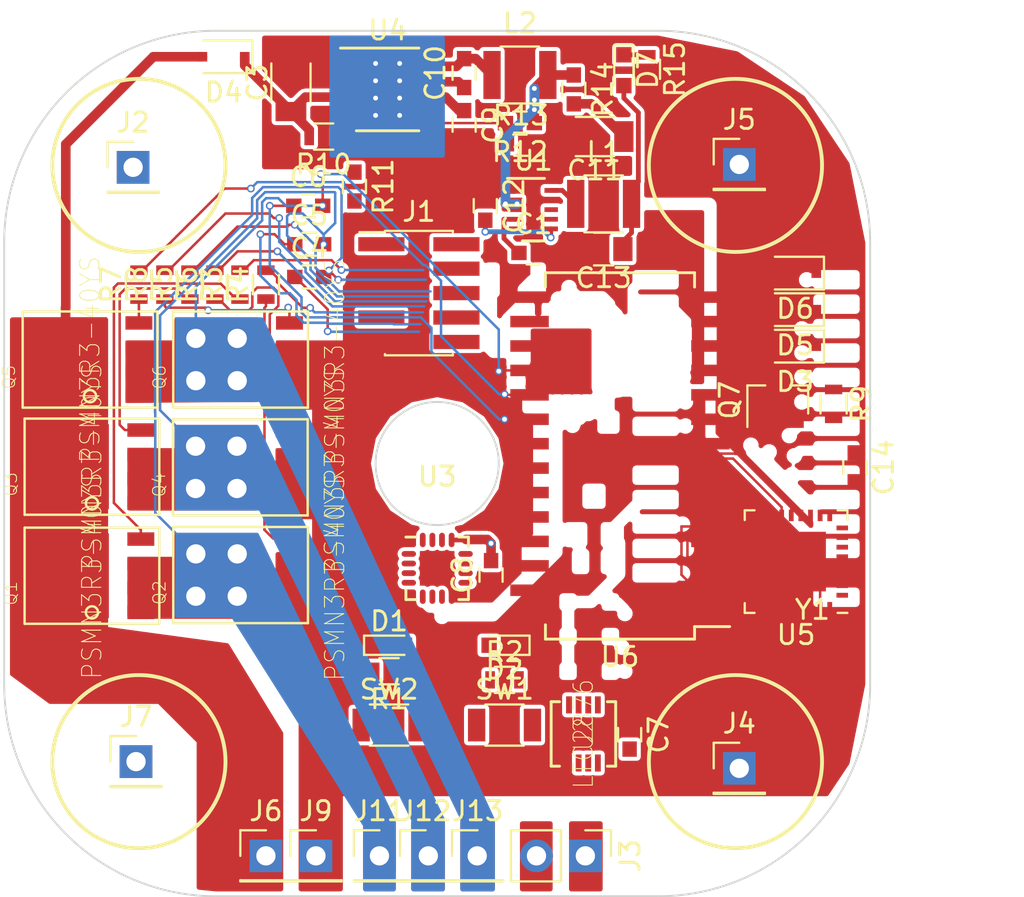
<source format=kicad_pcb>
(kicad_pcb (version 4) (host pcbnew 4.0.6)
  (layers (0 F.Cu signal) (31 B.Cu signal) (34 B.Paste user hide) (35 F.Paste user hide) (36 B.SilkS user) (37 F.SilkS user) (38 B.Mask user) (39 F.Mask user) (44 Edge.Cuts user))
  (net 0 "")
  (net 1 +3V3)
  (net 2 Earth)
  (net 3 O1)
  (net 4 BOOT1)
  (net 5 O2)
  (net 6 BOOT2)
  (net 7 O3)
  (net 8 BOOT3)
  (net 9 "Net-(D3-Pad2)")
  (net 10 NRST)
  (net 11 SWDCLK)
  (net 12 SWDIO)
  (net 13 MOSI)
  (net 14 MISO)
  (net 15 SCK)
  (net 16 CS)
  (net 17 RS-B)
  (net 18 RS-A)
  (net 19 "Net-(Q1-Pad4)")
  (net 20 "Net-(Q2-Pad4)")
  (net 21 "Net-(Q3-Pad4)")
  (net 22 "Net-(Q4-Pad4)")
  (net 23 "Net-(Q5-Pad4)")
  (net 24 "Net-(Q6-Pad4)")
  (net 25 H1)
  (net 26 L1)
  (net 27 H2)
  (net 28 L2)
  (net 29 H3)
  (net 30 L3)
  (net 31 DE)
  (net 32 TX)
  (net 33 RX)
  (net 34 "Net-(C9-Pad1)")
  (net 35 "Net-(C3-Pad1)")
  (net 36 "Net-(C10-Pad2)")
  (net 37 "Net-(C10-Pad1)")
  (net 38 "Net-(C11-Pad1)")
  (net 39 "Net-(R10-Pad1)")
  (net 40 "Net-(R12-Pad2)")
  (net 41 "Net-(C1-Pad1)")
  (net 42 "Net-(C12-Pad2)")
  (net 43 "Net-(D1-Pad2)")
  (net 44 "Net-(D2-Pad2)")
  (net 45 +BATT)
  (net 46 "Net-(L1-Pad1)")
  (net 47 +24V)
  (net 48 VCP)
  (net 49 "Net-(R1-Pad2)")
  (net 50 "Net-(R2-Pad2)")
  (net 51 "Net-(SW1-Pad2)")
  (net 52 "Net-(SW2-Pad1)")
  (net 53 "Net-(U5-Pad2)")
  (net 54 "Net-(U5-Pad3)")
  (net 55 LIN1)
  (net 56 LIN2)
  (net 57 LIN3)
  (net 58 HIN1)
  (net 59 HIN2)
  (net 60 HIN3)
  (net 61 EN)
  (net 62 FRST)
  (net 63 FLT)
  (net 64 "Net-(D7-Pad1)")
  (module Capacitors_SMD:C_0603 (layer F.Cu) (at 66.9 47.9 270)
    (fp_text reference C9 (at 0 -1.5 270) (layer F.SilkS))
    (fp_text value 1uF)
    (pad 2 smd rect (at 0.75 0 270) (size 0.8 0.75) (layers F.Cu F.Paste F.Mask) (net 2 Earth))
    (pad 1 smd rect (at -0.75 0 270) (size 0.8 0.75) (layers F.Cu F.Paste F.Mask) (net 34 "Net-(C9-Pad1)"))
  )
  (module Capacitors_SMD:C_0603 (layer F.Cu) (at 58.85 55.8)
    (fp_text reference C4 (at 0 -1.5) (layer F.SilkS))
    (fp_text value 1uF)
    (pad 2 smd rect (at 0.75 0) (size 0.8 0.75) (layers F.Cu F.Paste F.Mask) (net 3 O1))
    (pad 1 smd rect (at -0.75 0) (size 0.8 0.75) (layers F.Cu F.Paste F.Mask) (net 4 BOOT1))
  )
  (module Capacitors_SMD:C_0603 (layer F.Cu) (at 58.85 54.1)
    (fp_text reference C5 (at 0 -1.5) (layer F.SilkS))
    (fp_text value 1uF)
    (pad 2 smd rect (at 0.75 0) (size 0.8 0.75) (layers F.Cu F.Paste F.Mask) (net 5 O2))
    (pad 1 smd rect (at -0.75 0) (size 0.8 0.75) (layers F.Cu F.Paste F.Mask) (net 6 BOOT2))
  )
  (module Capacitors_SMD:C_0603 (layer F.Cu) (at 58.8 52.1)
    (fp_text reference C6 (at 0 -1.5) (layer F.SilkS))
    (fp_text value 1uF)
    (pad 2 smd rect (at 0.75 0) (size 0.8 0.75) (layers F.Cu F.Paste F.Mask) (net 7 O3))
    (pad 1 smd rect (at -0.75 0) (size 0.8 0.75) (layers F.Cu F.Paste F.Mask) (net 8 BOOT3))
  )
  (module Capacitors_SMD:C_0603 (layer F.Cu) (at 75.5 79.6 270)
    (fp_text reference C7 (at 0 -1.5 270) (layer F.SilkS))
    (fp_text value 0.1uF)
    (pad 2 smd rect (at 0.75 0 270) (size 0.8 0.75) (layers F.Cu F.Paste F.Mask) (net 1 +3V3))
    (pad 1 smd rect (at -0.75 0 270) (size 0.8 0.75) (layers F.Cu F.Paste F.Mask) (net 2 Earth))
  )
  (module Capacitors_SMD:C_0603 (layer F.Cu) (at 68.3 71.3 90)
    (fp_text reference C8 (at 0 -1.5 90) (layer F.SilkS))
    (fp_text value 0.1uF)
    (pad 2 smd rect (at 0.75 0 90) (size 0.8 0.75) (layers F.Cu F.Paste F.Mask) (net 1 +3V3))
    (pad 1 smd rect (at -0.75 0 90) (size 0.8 0.75) (layers F.Cu F.Paste F.Mask) (net 2 Earth))
  )
  (module LEDs:LED_0603 (layer F.Cu) (at 69 74.95 180)
    (fp_text reference D2 (at 0 -1.25 180) (layer F.SilkS))
    (fp_text value LED_Small)
    (pad 2 smd rect (at 0.8 0) (size 0.8 0.8) (layers F.Cu F.Paste F.Mask) (net 44 "Net-(D2-Pad2)"))
    (pad 1 smd rect (at -0.8 0) (size 0.8 0.8) (layers F.Cu F.Paste F.Mask) (net 2 Earth))
  )
  (module Diodes_SMD:D_SOD-323F (layer F.Cu) (at 54.4 44.35 180)
    (fp_text reference D4 (at 0 -1.85 180) (layer F.SilkS))
    (fp_text value D)
    (pad 1 smd rect (at -1.1 0 180) (size 0.5 0.5) (layers F.Cu F.Paste F.Mask) (net 35 "Net-(C3-Pad1)"))
    (pad 2 smd rect (at 1.1 0 180) (size 0.5 0.5) (layers F.Cu F.Paste F.Mask) (net 45 +BATT))
  )
  (module Pin_Headers:Pin_Header_Straight_1x02_Pitch2.54mm (layer F.Cu) (at 73.2 85.9 270)
    (fp_text reference J3 (at 0 -2.33 270) (layer F.SilkS))
    (fp_text value RS485)
    (pad 1 thru_hole rect (at 0 0 270) (size 1.7 1.7) (drill 1) (layers *.Cu *.Mask) (net 17 RS-B))
    (pad 2 thru_hole oval (at 0 2.54 270) (size 1.7 1.7) (drill 1) (layers *.Cu *.Mask) (net 18 RS-A))
  )
  (module Pin_Headers:Pin_Header_Straight_1x01_Pitch2.54mm (layer F.Cu) (at 56.6 85.9)
    (fp_text reference J6 (at 0 -2.33) (layer F.SilkS))
    (fp_text value +BAT)
    (pad 1 thru_hole rect (at 0 0) (size 1.7 1.7) (drill 1) (layers *.Cu *.Mask) (net 45 +BATT))
  )
  (module Pin_Headers:Pin_Header_Straight_1x01_Pitch2.54mm (layer F.Cu) (at 59.2 85.9)
    (fp_text reference J9 (at 0 -2.33) (layer F.SilkS))
    (fp_text value GND)
    (pad 1 thru_hole rect (at 0 0) (size 1.7 1.7) (drill 1) (layers *.Cu *.Mask) (net 2 Earth))
  )
  (module Pin_Headers:Pin_Header_Straight_1x01_Pitch2.54mm (layer F.Cu) (at 62.5 85.9)
    (fp_text reference J11 (at 0 -2.33) (layer F.SilkS))
    (fp_text value V)
    (pad 1 thru_hole rect (at 0 0) (size 1.7 1.7) (drill 1) (layers *.Cu *.Mask) (net 3 O1))
  )
  (module Pin_Headers:Pin_Header_Straight_1x01_Pitch2.54mm (layer F.Cu) (at 64.9 85.9)
    (fp_text reference J12 (at 0 -2.33) (layer F.SilkS))
    (fp_text value U)
    (pad 1 thru_hole rect (at 0.14 0) (size 1.7 1.7) (drill 1) (layers *.Cu *.Mask) (net 5 O2))
  )
  (module Pin_Headers:Pin_Header_Straight_1x01_Pitch2.54mm (layer F.Cu) (at 67.6 85.9)
    (fp_text reference J13 (at 0 -2.33) (layer F.SilkS))
    (fp_text value W)
    (pad 1 thru_hole rect (at -0.02 0) (size 1.7 1.7) (drill 1) (layers *.Cu *.Mask) (net 7 O3))
  )
  (module Inductors_SMD:L_1210 (layer F.Cu) (at 74.15 52)
    (fp_text reference L1 (at 0 -2.7) (layer F.SilkS))
    (fp_text value 15uH)
    (pad 1 smd rect (at -1.45 0) (size 0.9 2.5) (layers F.Cu F.Paste F.Mask) (net 46 "Net-(L1-Pad1)"))
    (pad 2 smd rect (at 1.45 0) (size 0.9 2.5) (layers F.Cu F.Paste F.Mask) (net 1 +3V3))
  )
  (module Dizzy:PSMN3R3-40YS (layer F.Cu) (at 47.56 71.335 90)
    (fp_text reference Q1 (at -0.9144 -4.2164 90) (layer F.SilkS) (effects (font (size 0.64 0.64) (thickness 0.05))))
    (fp_text value PSMN3R3-40YS (at 0 0 90) (layer F.SilkS) (effects (font (size 1 0.9) (thickness 0.05))))
    (pad 1 smd rect (at -1.905 2.54) (size 1.4 0.7) (layers F.Cu F.Paste F.Mask) (net 3 O1))
    (pad 2 smd rect (at -0.635 2.54) (size 1.4 0.7) (layers F.Cu F.Paste F.Mask) (net 3 O1))
    (pad 3 smd rect (at 0.635 2.54) (size 1.4 0.7) (layers F.Cu F.Paste F.Mask) (net 3 O1))
    (pad 4 smd rect (at 1.905 2.54) (size 1.4 0.7) (layers F.Cu F.Paste F.Mask) (net 19 "Net-(Q1-Pad4)"))
    (pad 5678 smd rect (at 0 -1.27) (size 4.3 4.41) (layers F.Cu F.Paste F.Mask) (net 45 +BATT))
  )
  (module Dizzy:PSMN3R3-40YS (layer F.Cu) (at 47.56 65.665 90)
    (fp_text reference Q3 (at -0.9144 -4.2164 90) (layer F.SilkS) (effects (font (size 0.64 0.64) (thickness 0.05))))
    (fp_text value PSMN3R3-40YS (at 0 0 90) (layer F.SilkS) (effects (font (size 1 0.9) (thickness 0.05))))
    (pad 1 smd rect (at -1.905 2.54) (size 1.4 0.7) (layers F.Cu F.Paste F.Mask) (net 5 O2))
    (pad 2 smd rect (at -0.635 2.54) (size 1.4 0.7) (layers F.Cu F.Paste F.Mask) (net 5 O2))
    (pad 3 smd rect (at 0.635 2.54) (size 1.4 0.7) (layers F.Cu F.Paste F.Mask) (net 5 O2))
    (pad 4 smd rect (at 1.905 2.54) (size 1.4 0.7) (layers F.Cu F.Paste F.Mask) (net 21 "Net-(Q3-Pad4)"))
    (pad 5678 smd rect (at 0 -1.27) (size 4.3 4.41) (layers F.Cu F.Paste F.Mask) (net 45 +BATT))
  )
  (module Dizzy:PSMN3R3-40YS (layer F.Cu) (at 47.46 60.095 90)
    (fp_text reference Q5 (at -0.9144 -4.2164 90) (layer F.SilkS) (effects (font (size 0.64 0.64) (thickness 0.05))))
    (fp_text value PSMN3R3-40YS (at 0 0 90) (layer F.SilkS) (effects (font (size 1 0.9) (thickness 0.05))))
    (pad 1 smd rect (at -1.905 2.54) (size 1.4 0.7) (layers F.Cu F.Paste F.Mask) (net 7 O3))
    (pad 2 smd rect (at -0.635 2.54) (size 1.4 0.7) (layers F.Cu F.Paste F.Mask) (net 7 O3))
    (pad 3 smd rect (at 0.635 2.54) (size 1.4 0.7) (layers F.Cu F.Paste F.Mask) (net 7 O3))
    (pad 4 smd rect (at 1.905 2.54) (size 1.4 0.7) (layers F.Cu F.Paste F.Mask) (net 23 "Net-(Q5-Pad4)"))
    (pad 5678 smd rect (at 0 -1.27) (size 4.3 4.41) (layers F.Cu F.Paste F.Mask) (net 45 +BATT))
  )
  (module Resistors_SMD:R_0603 (layer F.Cu) (at 63 76.3 180)
    (fp_text reference R1 (at 0 -1.45 180) (layer F.SilkS))
    (fp_text value 390)
    (pad 1 smd rect (at -0.75 0 180) (size 0.5 0.9) (layers F.Cu F.Paste F.Mask) (net 43 "Net-(D1-Pad2)"))
    (pad 2 smd rect (at 0.75 0 180) (size 0.5 0.9) (layers F.Cu F.Paste F.Mask) (net 49 "Net-(R1-Pad2)"))
  )
  (module Resistors_SMD:R_0603 (layer F.Cu) (at 69 76.75)
    (fp_text reference R2 (at 0 -1.45) (layer F.SilkS))
    (fp_text value 390)
    (pad 1 smd rect (at -0.75 0) (size 0.5 0.9) (layers F.Cu F.Paste F.Mask) (net 44 "Net-(D2-Pad2)"))
    (pad 2 smd rect (at 0.75 0) (size 0.5 0.9) (layers F.Cu F.Paste F.Mask) (net 50 "Net-(R2-Pad2)"))
  )
  (module Resistors_SMD:R_0603 (layer F.Cu) (at 55.25 56.2 90)
    (fp_text reference R3 (at 0 -1.45 90) (layer F.SilkS))
    (fp_text value 10)
    (pad 1 smd rect (at -0.75 0 90) (size 0.5 0.9) (layers F.Cu F.Paste F.Mask) (net 19 "Net-(Q1-Pad4)"))
    (pad 2 smd rect (at 0.75 0 90) (size 0.5 0.9) (layers F.Cu F.Paste F.Mask) (net 25 H1))
  )
  (module Resistors_SMD:R_0603 (layer F.Cu) (at 56.6 56.2 90)
    (fp_text reference R4 (at 0 -1.45 90) (layer F.SilkS))
    (fp_text value 10)
    (pad 1 smd rect (at -0.75 0 90) (size 0.5 0.9) (layers F.Cu F.Paste F.Mask) (net 20 "Net-(Q2-Pad4)"))
    (pad 2 smd rect (at 0.75 0 90) (size 0.5 0.9) (layers F.Cu F.Paste F.Mask) (net 26 L1))
  )
  (module Resistors_SMD:R_0603 (layer F.Cu) (at 52.65 56.2 90)
    (fp_text reference R5 (at 0 -1.45 90) (layer F.SilkS))
    (fp_text value 10)
    (pad 1 smd rect (at -0.75 0 90) (size 0.5 0.9) (layers F.Cu F.Paste F.Mask) (net 21 "Net-(Q3-Pad4)"))
    (pad 2 smd rect (at 0.75 0 90) (size 0.5 0.9) (layers F.Cu F.Paste F.Mask) (net 27 H2))
  )
  (module Resistors_SMD:R_0603 (layer F.Cu) (at 53.95 56.2 90)
    (fp_text reference R6 (at 0 -1.45 90) (layer F.SilkS))
    (fp_text value 10)
    (pad 1 smd rect (at -0.75 0 90) (size 0.5 0.9) (layers F.Cu F.Paste F.Mask) (net 22 "Net-(Q4-Pad4)"))
    (pad 2 smd rect (at 0.75 0 90) (size 0.5 0.9) (layers F.Cu F.Paste F.Mask) (net 28 L2))
  )
  (module Resistors_SMD:R_0603 (layer F.Cu) (at 50 56.2 90)
    (fp_text reference R7 (at 0 -1.45 90) (layer F.SilkS))
    (fp_text value 10)
    (pad 1 smd rect (at -0.75 0 90) (size 0.5 0.9) (layers F.Cu F.Paste F.Mask) (net 23 "Net-(Q5-Pad4)"))
    (pad 2 smd rect (at 0.75 0 90) (size 0.5 0.9) (layers F.Cu F.Paste F.Mask) (net 29 H3))
  )
  (module Resistors_SMD:R_0603 (layer F.Cu) (at 51.35 56.2 90)
    (fp_text reference R8 (at 0 -1.45 90) (layer F.SilkS))
    (fp_text value 10)
    (pad 1 smd rect (at -0.75 0 90) (size 0.5 0.9) (layers F.Cu F.Paste F.Mask) (net 24 "Net-(Q6-Pad4)"))
    (pad 2 smd rect (at 0.75 0 90) (size 0.5 0.9) (layers F.Cu F.Paste F.Mask) (net 30 L3))
  )
  (module Resistors_SMD:R_0603 (layer F.Cu) (at 86.1 62.4 270)
    (fp_text reference R9 (at 0 -1.45 270) (layer F.SilkS))
    (fp_text value 100K)
    (pad 1 smd rect (at -0.75 0 270) (size 0.5 0.9) (layers F.Cu F.Paste F.Mask) (net 47 +24V))
    (pad 2 smd rect (at 0.75 0 270) (size 0.5 0.9) (layers F.Cu F.Paste F.Mask) (net 48 VCP))
  )
  (module Dizzy:LTC2876 (layer F.Cu) (at 73.1 79.5613 270)
    (fp_text reference U2 (at 0 0 270) (layer F.SilkS) (effects (font (size 1 0.9) (thickness 0.05))))
    (fp_text value LTC2876 (at 0 0 270) (layer F.SilkS) (effects (font (size 1 0.9) (thickness 0.05))))
    (pad 1 smd rect (at -1.5113 -0.75 270) (size 0.889 0.3048) (layers F.Cu F.Paste F.Mask) (net 33 RX))
    (pad 2 smd rect (at -1.5113 -0.25 270) (size 0.889 0.3048) (layers F.Cu F.Paste F.Mask) (net 31 DE))
    (pad 3 smd rect (at -1.5113 0.25 270) (size 0.889 0.3048) (layers F.Cu F.Paste F.Mask) (net 31 DE))
    (pad 4 smd rect (at -1.5113 0.75 270) (size 0.889 0.3048) (layers F.Cu F.Paste F.Mask) (net 32 TX))
    (pad 5 smd rect (at 1.5113 0.75 270) (size 0.889 0.3048) (layers F.Cu F.Paste F.Mask) (net 2 Earth))
    (pad 6 smd rect (at 1.5113 0.25 270) (size 0.889 0.3048) (layers F.Cu F.Paste F.Mask) (net 18 RS-A))
    (pad 7 smd rect (at 1.5113 -0.25 270) (size 0.889 0.3048) (layers F.Cu F.Paste F.Mask) (net 17 RS-B))
    (pad 8 smd rect (at 1.5113 -0.75 270) (size 0.889 0.3048) (layers F.Cu F.Paste F.Mask) (net 1 +3V3))
    (pad 9 smd rect (at 0 0.1 270) (size 0.6 2) (layers F.Cu F.Paste F.Mask) (net 2 Earth))
  )
  (module Housings_DFN_QFN:QFN-16-1EP_3x3mm_Pitch0.5mm (layer F.Cu) (at 65.5 70.95)
    (fp_text reference U3 (at 0 -4.775) (layer F.SilkS))
    (fp_text value MA700)
    (pad 1 smd oval (at -1.475 -0.75) (size 0.75 0.3) (layers F.Cu F.Paste F.Mask))
    (pad 2 smd oval (at -1.475 -0.25) (size 0.75 0.3) (layers F.Cu F.Paste F.Mask))
    (pad 3 smd oval (at -1.475 0.25) (size 0.75 0.3) (layers F.Cu F.Paste F.Mask))
    (pad 4 smd oval (at -1.475 0.75) (size 0.75 0.3) (layers F.Cu F.Paste F.Mask) (net 13 MOSI))
    (pad 5 smd oval (at -0.75 1.475 90) (size 0.75 0.3) (layers F.Cu F.Paste F.Mask) (net 16 CS))
    (pad 6 smd oval (at -0.25 1.475 90) (size 0.75 0.3) (layers F.Cu F.Paste F.Mask))
    (pad 7 smd oval (at 0.25 1.475 90) (size 0.75 0.3) (layers F.Cu F.Paste F.Mask) (net 14 MISO))
    (pad 8 smd oval (at 0.75 1.475 90) (size 0.75 0.3) (layers F.Cu F.Paste F.Mask) (net 2 Earth))
    (pad 9 smd oval (at 1.475 0.75) (size 0.75 0.3) (layers F.Cu F.Paste F.Mask))
    (pad 10 smd oval (at 1.475 0.25) (size 0.75 0.3) (layers F.Cu F.Paste F.Mask))
    (pad 11 smd oval (at 1.475 -0.25) (size 0.75 0.3) (layers F.Cu F.Paste F.Mask))
    (pad 12 smd oval (at 1.475 -0.75) (size 0.75 0.3) (layers F.Cu F.Paste F.Mask) (net 15 SCK))
    (pad 13 smd oval (at 0.75 -1.475 90) (size 0.75 0.3) (layers F.Cu F.Paste F.Mask) (net 1 +3V3))
    (pad 14 smd oval (at 0.25 -1.475 90) (size 0.75 0.3) (layers F.Cu F.Paste F.Mask))
    (pad 15 smd oval (at -0.25 -1.475 90) (size 0.75 0.3) (layers F.Cu F.Paste F.Mask))
    (pad 16 smd oval (at -0.75 -1.475 90) (size 0.75 0.3) (layers F.Cu F.Paste F.Mask))
    (pad 17 smd rect (at 0.45 0.45) (size 0.9 0.9) (layers F.Cu F.Paste F.Mask) (net 2 Earth))
    (pad 17 smd rect (at 0.45 -0.45) (size 0.9 0.9) (layers F.Cu F.Paste F.Mask) (net 2 Earth))
    (pad 17 smd rect (at -0.45 0.45) (size 0.9 0.9) (layers F.Cu F.Paste F.Mask) (net 2 Earth))
    (pad 17 smd rect (at -0.45 -0.45) (size 0.9 0.9) (layers F.Cu F.Paste F.Mask) (net 2 Earth))
  )
  (module Dizzy:Oscillator (layer F.Cu) (at 85 72.6)
    (fp_text reference Y1 (at 0 0.5) (layer F.SilkS))
    (fp_text value 8MhZ)
    (pad 1 smd rect (at 0 2.3) (size 0.4 1.4) (layers F.Cu F.Paste F.Mask) (net 53 "Net-(U5-Pad2)"))
    (pad 2 smd rect (at 1.2 2.3) (size 0.4 1.4) (layers F.Cu F.Paste F.Mask) (net 2 Earth))
    (pad 3 smd rect (at 2.4 2.3) (size 0.4 1.4) (layers F.Cu F.Paste F.Mask) (net 54 "Net-(U5-Pad3)"))
  )
  (module Capacitors_SMD:C_0603 (layer F.Cu) (at 66.9 45.2 90)
    (fp_text reference C10 (at 0 -1.5 90) (layer F.SilkS))
    (fp_text value 0.01uF)
    (pad 2 smd rect (at 0.75 0 90) (size 0.8 0.75) (layers F.Cu F.Paste F.Mask) (net 36 "Net-(C10-Pad2)"))
    (pad 1 smd rect (at -0.75 0 90) (size 0.8 0.75) (layers F.Cu F.Paste F.Mask) (net 37 "Net-(C10-Pad1)"))
  )
  (module Dizzy:PSMN3R3-40YS-vias (layer F.Cu) (at 55.283935 71.3 90)
    (fp_text reference Q2 (at -0.9144 -4.2164 90) (layer F.SilkS) (effects (font (size 0.64 0.64) (thickness 0.05))))
    (fp_text value PSMN3R3-40YS (at -0.125 4.9 90) (layer F.SilkS) (effects (font (size 1 0.9) (thickness 0.05))))
    (pad 1 smd rect (at -1.905 2.54) (size 1.4 0.7) (layers F.Cu F.Paste F.Mask) (net 2 Earth))
    (pad 2 smd rect (at -0.635 2.54) (size 1.4 0.7) (layers F.Cu F.Paste F.Mask) (net 2 Earth))
    (pad 3 smd rect (at 0.635 2.54) (size 1.4 0.7) (layers F.Cu F.Paste F.Mask) (net 2 Earth))
    (pad 4 smd rect (at 1.905 2.54) (size 1.4 0.7) (layers F.Cu F.Paste F.Mask) (net 20 "Net-(Q2-Pad4)"))
    (pad 5678 thru_hole rect (at -1.1 -2.325 180) (size 2.15 2.2) (drill 1) (layers *.Cu *.Paste *.Mask) (net 3 O1))
    (pad 5678 thru_hole rect (at 1.1 -2.325 180) (size 2.15 2.2) (drill 1) (layers *.Cu *.Paste *.Mask) (net 3 O1))
    (pad 5678 thru_hole rect (at -1.1 -0.175 180) (size 2.15 2.2) (drill 1) (layers *.Cu *.Paste *.Mask) (net 3 O1))
    (pad 5678 thru_hole rect (at 1.1 -0.175 180) (size 2.15 2.2) (drill 1) (layers *.Cu *.Paste *.Mask) (net 3 O1))
  )
  (module Dizzy:PSMN3R3-40YS-vias (layer F.Cu) (at 55.27 65.7 90)
    (fp_text reference Q4 (at -0.9144 -4.2164 90) (layer F.SilkS) (effects (font (size 0.64 0.64) (thickness 0.05))))
    (fp_text value PSMN3R3-40YS (at -0.125 4.9 90) (layer F.SilkS) (effects (font (size 1 0.9) (thickness 0.05))))
    (pad 1 smd rect (at -1.905 2.54) (size 1.4 0.7) (layers F.Cu F.Paste F.Mask) (net 2 Earth))
    (pad 2 smd rect (at -0.635 2.54) (size 1.4 0.7) (layers F.Cu F.Paste F.Mask) (net 2 Earth))
    (pad 3 smd rect (at 0.635 2.54) (size 1.4 0.7) (layers F.Cu F.Paste F.Mask) (net 2 Earth))
    (pad 4 smd rect (at 1.905 2.54) (size 1.4 0.7) (layers F.Cu F.Paste F.Mask) (net 22 "Net-(Q4-Pad4)"))
    (pad 5678 thru_hole rect (at -1.1 -2.325 180) (size 2.15 2.2) (drill 1) (layers *.Cu *.Paste *.Mask) (net 5 O2))
    (pad 5678 thru_hole rect (at 1.1 -2.325 180) (size 2.15 2.2) (drill 1) (layers *.Cu *.Paste *.Mask) (net 5 O2))
    (pad 5678 thru_hole rect (at -1.1 -0.175 180) (size 2.15 2.2) (drill 1) (layers *.Cu *.Paste *.Mask) (net 5 O2))
    (pad 5678 thru_hole rect (at 1.1 -0.175 180) (size 2.15 2.2) (drill 1) (layers *.Cu *.Paste *.Mask) (net 5 O2))
  )
  (module Dizzy:PSMN3R3-40YS-vias (layer F.Cu) (at 55.283935 60.095 90)
    (fp_text reference Q6 (at -0.9144 -4.2164 90) (layer F.SilkS) (effects (font (size 0.64 0.64) (thickness 0.05))))
    (fp_text value PSMN3R3-40YS (at -0.125 4.9 90) (layer F.SilkS) (effects (font (size 1 0.9) (thickness 0.05))))
    (pad 1 smd rect (at -1.905 2.54) (size 1.4 0.7) (layers F.Cu F.Paste F.Mask) (net 2 Earth))
    (pad 2 smd rect (at -0.635 2.54) (size 1.4 0.7) (layers F.Cu F.Paste F.Mask) (net 2 Earth))
    (pad 3 smd rect (at 0.635 2.54) (size 1.4 0.7) (layers F.Cu F.Paste F.Mask) (net 2 Earth))
    (pad 4 smd rect (at 1.905 2.54) (size 1.4 0.7) (layers F.Cu F.Paste F.Mask) (net 24 "Net-(Q6-Pad4)"))
    (pad 5678 thru_hole rect (at -1.1 -2.325 180) (size 2.15 2.2) (drill 1) (layers *.Cu *.Paste *.Mask) (net 7 O3))
    (pad 5678 thru_hole rect (at 1.1 -2.325 180) (size 2.15 2.2) (drill 1) (layers *.Cu *.Paste *.Mask) (net 7 O3))
    (pad 5678 thru_hole rect (at -1.1 -0.175 180) (size 2.15 2.2) (drill 1) (layers *.Cu *.Paste *.Mask) (net 7 O3))
    (pad 5678 thru_hole rect (at 1.1 -0.175 180) (size 2.15 2.2) (drill 1) (layers *.Cu *.Paste *.Mask) (net 7 O3))
  )
  (module Capacitors_SMD:C_1206 (layer F.Cu) (at 73.7 48.5 180)
    (fp_text reference C11 (at 0 -1.75 180) (layer F.SilkS))
    (fp_text value 4.7uF)
    (pad 1 smd rect (at -1.5 0 180) (size 1 1.6) (layers F.Cu F.Paste F.Mask) (net 38 "Net-(C11-Pad1)"))
    (pad 2 smd rect (at 1.5 0 180) (size 1 1.6) (layers F.Cu F.Paste F.Mask) (net 2 Earth))
  )
  (module Inductors_SMD:L_1210 (layer F.Cu) (at 69.8 45.3)
    (fp_text reference L2 (at 0 -2.7) (layer F.SilkS))
    (fp_text value 220uH)
    (pad 1 smd rect (at -1.45 0) (size 0.9 2.5) (layers F.Cu F.Paste F.Mask) (net 36 "Net-(C10-Pad2)"))
    (pad 2 smd rect (at 1.45 0) (size 0.9 2.5) (layers F.Cu F.Paste F.Mask) (net 47 +24V))
  )
  (module Capacitors_SMD:C_0603 (layer F.Cu) (at 61.2 51.1 270)
    (fp_text reference R11 (at 0 -1.5 270) (layer F.SilkS))
    (fp_text value 10K)
    (pad 2 smd rect (at 0.75 0 270) (size 0.8 0.75) (layers F.Cu F.Paste F.Mask) (net 10 NRST))
    (pad 1 smd rect (at -0.75 0 270) (size 0.8 0.75) (layers F.Cu F.Paste F.Mask) (net 1 +3V3))
  )
  (module Capacitors_SMD:C_0603 (layer F.Cu) (at 69.8 47.8 180)
    (fp_text reference R12 (at 0 -1.5 180) (layer F.SilkS))
    (fp_text value 230K)
    (pad 2 smd rect (at 0.75 0 180) (size 0.8 0.75) (layers F.Cu F.Paste F.Mask) (net 40 "Net-(R12-Pad2)"))
    (pad 1 smd rect (at -0.75 0 180) (size 0.8 0.75) (layers F.Cu F.Paste F.Mask) (net 47 +24V))
  )
  (module Capacitors_SMD:C_0603 (layer F.Cu) (at 69.85 48.9)
    (fp_text reference R13 (at 0 -1.5) (layer F.SilkS))
    (fp_text value 10K)
    (pad 2 smd rect (at 0.75 0) (size 0.8 0.75) (layers F.Cu F.Paste F.Mask) (net 2 Earth))
    (pad 1 smd rect (at -0.75 0) (size 0.8 0.75) (layers F.Cu F.Paste F.Mask) (net 40 "Net-(R12-Pad2)"))
  )
  (module Capacitors_SMD:C_0603 (layer F.Cu) (at 72.6 46.05 270)
    (fp_text reference R14 (at 0 -1.5 270) (layer F.SilkS))
    (fp_text value 1Ohm)
    (pad 2 smd rect (at 0.75 0 270) (size 0.8 0.75) (layers F.Cu F.Paste F.Mask) (net 38 "Net-(C11-Pad1)"))
    (pad 1 smd rect (at -0.75 0 270) (size 0.8 0.75) (layers F.Cu F.Paste F.Mask) (net 47 +24V))
  )
  (module Housings_DFN_QFN:DFN-8-1EP_4x4mm_Pitch0.8mm (layer F.Cu) (at 62.925 46.05)
    (fp_text reference U4 (at 0 -3.075) (layer F.SilkS))
    (fp_text value LM5019)
    (pad 1 smd rect (at -2 -1.2) (size 0.75 0.35) (layers F.Cu F.Paste F.Mask) (net 2 Earth))
    (pad 2 smd rect (at -2 -0.4) (size 0.75 0.35) (layers F.Cu F.Paste F.Mask) (net 35 "Net-(C3-Pad1)"))
    (pad 3 smd rect (at -2 0.4) (size 0.75 0.35) (layers F.Cu F.Paste F.Mask) (net 35 "Net-(C3-Pad1)"))
    (pad 4 smd rect (at -2 1.2) (size 0.75 0.35) (layers F.Cu F.Paste F.Mask) (net 39 "Net-(R10-Pad1)"))
    (pad 5 smd rect (at 2 1.2) (size 0.75 0.35) (layers F.Cu F.Paste F.Mask) (net 40 "Net-(R12-Pad2)"))
    (pad 6 smd rect (at 2 0.4) (size 0.75 0.35) (layers F.Cu F.Paste F.Mask) (net 34 "Net-(C9-Pad1)"))
    (pad 7 smd rect (at 2 -0.4) (size 0.75 0.35) (layers F.Cu F.Paste F.Mask) (net 37 "Net-(C10-Pad1)"))
    (pad 8 smd rect (at 2 -1.2) (size 0.75 0.35) (layers F.Cu F.Paste F.Mask) (net 36 "Net-(C10-Pad2)"))
    (pad 9 smd rect (at 0.625 1.35) (size 1.25 0.9) (layers F.Cu F.Paste F.Mask) (net 2 Earth))
    (pad 9 smd rect (at 0.625 0.45) (size 1.25 0.9) (layers F.Cu F.Paste F.Mask) (net 2 Earth))
    (pad 9 smd rect (at 0.625 -0.45) (size 1.25 0.9) (layers F.Cu F.Paste F.Mask) (net 2 Earth))
    (pad 9 smd rect (at 0.625 -1.35) (size 1.25 0.9) (layers F.Cu F.Paste F.Mask) (net 2 Earth))
    (pad 9 smd rect (at -0.625 1.35) (size 1.25 0.9) (layers F.Cu F.Paste F.Mask) (net 2 Earth))
    (pad 9 smd rect (at -0.625 0.45) (size 1.25 0.9) (layers F.Cu F.Paste F.Mask) (net 2 Earth))
    (pad 9 smd rect (at -0.625 -0.45) (size 1.25 0.9) (layers F.Cu F.Paste F.Mask) (net 2 Earth))
    (pad 9 smd rect (at -0.625 -1.35) (size 1.25 0.9) (layers F.Cu F.Paste F.Mask) (net 2 Earth))
  )
  (module Capacitors_SMD:C_0603 (layer F.Cu) (at 68 52.1 270)
    (fp_text reference C12 (at 0 -1.5 270) (layer F.SilkS))
    (fp_text value 3300pF)
    (pad 2 smd rect (at 0.75 0 270) (size 0.8 0.75) (layers F.Cu F.Paste F.Mask) (net 42 "Net-(C12-Pad2)"))
    (pad 1 smd rect (at -0.75 0 270) (size 0.8 0.75) (layers F.Cu F.Paste F.Mask) (net 2 Earth))
  )
  (module Diodes_SMD:D_SOD-323F (layer F.Cu) (at 84.1 55.6 180)
    (fp_text reference D6 (at 0 -1.85 180) (layer F.SilkS))
    (fp_text value D_Small)
    (pad 1 smd rect (at -1.1 0 180) (size 0.5 0.5) (layers F.Cu F.Paste F.Mask) (net 8 BOOT3))
    (pad 2 smd rect (at 1.1 0 180) (size 0.5 0.5) (layers F.Cu F.Paste F.Mask) (net 9 "Net-(D3-Pad2)"))
  )
  (module Capacitors_SMD:C_0603 (layer F.Cu) (at 70.5 54.55)
    (fp_text reference C1 (at 0 -1.5) (layer F.SilkS))
    (fp_text value 1uF)
    (pad 2 smd rect (at 0.75 0) (size 0.8 0.75) (layers F.Cu F.Paste F.Mask) (net 2 Earth))
    (pad 1 smd rect (at -0.75 0) (size 0.8 0.75) (layers F.Cu F.Paste F.Mask) (net 41 "Net-(C1-Pad1)"))
  )
  (module Capacitors_SMD:C_1206 (layer F.Cu) (at 57.9 45.7 90)
    (fp_text reference C3 (at 0 -1.75 90) (layer F.SilkS))
    (fp_text value 2uF)
    (pad 1 smd rect (at -1.5 0 90) (size 1 1.6) (layers F.Cu F.Paste F.Mask) (net 35 "Net-(C3-Pad1)"))
    (pad 2 smd rect (at 1.5 0 90) (size 1 1.6) (layers F.Cu F.Paste F.Mask) (net 2 Earth))
  )
  (module Capacitors_SMD:C_0805 (layer F.Cu) (at 74.15 54.35 180)
    (fp_text reference C13 (at 0 -1.5 180) (layer F.SilkS))
    (fp_text value 22uF)
    (pad 1 smd rect (at -1 0 180) (size 1 1.25) (layers F.Cu F.Paste F.Mask) (net 1 +3V3))
    (pad 2 smd rect (at 1 0 180) (size 1 1.25) (layers F.Cu F.Paste F.Mask) (net 2 Earth))
  )
  (module Capacitors_SMD:C_0603 (layer F.Cu) (at 87.2 65.7 270)
    (fp_text reference C14 (at 0 -1.5 270) (layer F.SilkS))
    (fp_text value 0.1uF)
    (pad 2 smd rect (at 0.75 0 270) (size 0.8 0.75) (layers F.Cu F.Paste F.Mask) (net 1 +3V3))
    (pad 1 smd rect (at -0.75 0 270) (size 0.8 0.75) (layers F.Cu F.Paste F.Mask) (net 2 Earth))
  )
  (module LEDs:LED_0603 (layer F.Cu) (at 63 74.95)
    (fp_text reference D1 (at 0 -1.25) (layer F.SilkS))
    (fp_text value LED_Small)
    (pad 2 smd rect (at 0.8 0 180) (size 0.8 0.8) (layers F.Cu F.Paste F.Mask) (net 43 "Net-(D1-Pad2)"))
    (pad 1 smd rect (at -0.8 0 180) (size 0.8 0.8) (layers F.Cu F.Paste F.Mask) (net 2 Earth))
  )
  (module Diodes_SMD:D_SOD-323F (layer F.Cu) (at 84.1 59.4 180)
    (fp_text reference D3 (at 0 -1.85 180) (layer F.SilkS))
    (fp_text value D_Small)
    (pad 1 smd rect (at -1.1 0 180) (size 0.5 0.5) (layers F.Cu F.Paste F.Mask) (net 4 BOOT1))
    (pad 2 smd rect (at 1.1 0 180) (size 0.5 0.5) (layers F.Cu F.Paste F.Mask) (net 9 "Net-(D3-Pad2)"))
  )
  (module Diodes_SMD:D_SOD-323F (layer F.Cu) (at 84.1 57.5 180)
    (fp_text reference D5 (at 0 -1.85 180) (layer F.SilkS))
    (fp_text value D_Small)
    (pad 1 smd rect (at -1.1 0 180) (size 0.5 0.5) (layers F.Cu F.Paste F.Mask) (net 6 BOOT2))
    (pad 2 smd rect (at 1.1 0 180) (size 0.5 0.5) (layers F.Cu F.Paste F.Mask) (net 9 "Net-(D3-Pad2)"))
  )
  (module Pin_Headers:Pin_Header_Straight_1x01_Pitch2.54mm (layer F.Cu) (at 49.7 50.1)
    (fp_text reference J2 (at 0 -2.33) (layer F.SilkS))
    (fp_text value MOUNT)
    (pad 1 thru_hole rect (at 0 0) (size 1.7 1.7) (drill 1) (layers *.Cu *.Mask) (net 2 Earth))
  )
  (module Pin_Headers:Pin_Header_Straight_1x01_Pitch2.54mm (layer F.Cu) (at 81.2 81.35)
    (fp_text reference J4 (at 0 -2.33) (layer F.SilkS))
    (fp_text value MOUNT)
    (pad 1 thru_hole rect (at 0 0) (size 1.7 1.7) (drill 1) (layers *.Cu *.Mask) (net 2 Earth))
  )
  (module Pin_Headers:Pin_Header_Straight_1x01_Pitch2.54mm (layer F.Cu) (at 81.2 49.95)
    (fp_text reference J5 (at 0 -2.33) (layer F.SilkS))
    (fp_text value MOUNT)
    (pad 1 thru_hole rect (at 0 0) (size 1.7 1.7) (drill 1) (layers *.Cu *.Mask) (net 2 Earth))
  )
  (module Pin_Headers:Pin_Header_Straight_1x01_Pitch2.54mm (layer F.Cu) (at 49.85 81)
    (fp_text reference J7 (at 0 -2.33) (layer F.SilkS))
    (fp_text value MOUNT)
    (pad 1 thru_hole rect (at 0 0) (size 1.7 1.7) (drill 1) (layers *.Cu *.Mask) (net 2 Earth))
  )
  (module Resistors_SMD:R_0603 (layer F.Cu) (at 59.6 48.5 180)
    (fp_text reference R10 (at 0 -1.45 180) (layer F.SilkS))
    (fp_text value 237K)
    (pad 1 smd rect (at -0.75 0 180) (size 0.5 0.9) (layers F.Cu F.Paste F.Mask) (net 39 "Net-(R10-Pad1)"))
    (pad 2 smd rect (at 0.75 0 180) (size 0.5 0.9) (layers F.Cu F.Paste F.Mask) (net 35 "Net-(C3-Pad1)"))
  )
  (module Resistors_SMD:R_1206 (layer F.Cu) (at 69 79.1)
    (fp_text reference SW1 (at 0 -1.85) (layer F.SilkS))
    (fp_text value B3U-1000P)
    (pad 1 smd rect (at -1.45 0) (size 0.9 1.7) (layers F.Cu F.Paste F.Mask) (net 1 +3V3))
    (pad 2 smd rect (at 1.45 0) (size 0.9 1.7) (layers F.Cu F.Paste F.Mask) (net 51 "Net-(SW1-Pad2)"))
  )
  (module Resistors_SMD:R_1206 (layer F.Cu) (at 63 79.1)
    (fp_text reference SW2 (at 0 -1.85) (layer F.SilkS))
    (fp_text value B3U-1000P)
    (pad 1 smd rect (at -1.45 0) (size 0.9 1.7) (layers F.Cu F.Paste F.Mask) (net 52 "Net-(SW2-Pad1)"))
    (pad 2 smd rect (at 1.45 0) (size 0.9 1.7) (layers F.Cu F.Paste F.Mask) (net 1 +3V3))
  )
  (module Housings_DFN_QFN:DFN-10-1EP_2x3mm_Pitch0.5mm (layer F.Cu) (at 70.5 52.3)
    (fp_text reference U1 (at 0 -2.55) (layer F.SilkS))
    (fp_text value MAX17502)
    (pad 1 smd rect (at -0.925 -1) (size 0.7 0.25) (layers F.Cu F.Paste F.Mask) (net 2 Earth))
    (pad 2 smd rect (at -0.925 -0.5) (size 0.7 0.25) (layers F.Cu F.Paste F.Mask) (net 47 +24V))
    (pad 3 smd rect (at -0.925 0) (size 0.7 0.25) (layers F.Cu F.Paste F.Mask) (net 47 +24V))
    (pad 4 smd rect (at -0.925 0.5) (size 0.7 0.25) (layers F.Cu F.Paste F.Mask) (net 41 "Net-(C1-Pad1)"))
    (pad 5 smd rect (at -0.925 1) (size 0.7 0.25) (layers F.Cu F.Paste F.Mask) (net 1 +3V3))
    (pad 6 smd rect (at 0.925 1) (size 0.7 0.25) (layers F.Cu F.Paste F.Mask) (net 42 "Net-(C12-Pad2)"))
    (pad 7 smd rect (at 0.925 0.5) (size 0.7 0.25) (layers F.Cu F.Paste F.Mask))
    (pad 8 smd rect (at 0.925 0) (size 0.7 0.25) (layers F.Cu F.Paste F.Mask))
    (pad 9 smd rect (at 0.925 -0.5) (size 0.7 0.25) (layers F.Cu F.Paste F.Mask) (net 2 Earth))
    (pad 10 smd rect (at 0.925 -1) (size 0.7 0.25) (layers F.Cu F.Paste F.Mask) (net 46 "Net-(L1-Pad1)"))
    (pad 11 smd rect (at 0 0.6) (size 0.64 1.2) (layers F.Cu F.Paste F.Mask) (net 2 Earth))
    (pad 11 smd rect (at 0 -0.6) (size 0.64 1.2) (layers F.Cu F.Paste F.Mask) (net 2 Earth))
  )
  (module Housings_DFN_QFN:WQFN-32-1EP_5x5mm_Pitch0.5mm (layer F.Cu) (at 84.15 70.6 180)
    (fp_text reference U5 (at 0 -3.81 180) (layer F.SilkS))
    (fp_text value STM32F031G6U6)
    (pad 33 smd rect (at -0.775 0.775 180) (size 1.55 1.55) (layers F.Cu F.Paste F.Mask) (net 2 Earth))
    (pad 33 smd rect (at -0.775 -0.775 180) (size 1.55 1.55) (layers F.Cu F.Paste F.Mask) (net 2 Earth))
    (pad 33 smd rect (at 0.775 -0.775 180) (size 1.55 1.55) (layers F.Cu F.Paste F.Mask) (net 2 Earth))
    (pad 1 smd rect (at -2.4 -1.75 270) (size 0.25 0.6) (layers F.Cu F.Paste F.Mask) (net 1 +3V3))
    (pad 2 smd rect (at -2.4 -1.25 270) (size 0.25 0.6) (layers F.Cu F.Paste F.Mask) (net 53 "Net-(U5-Pad2)"))
    (pad 3 smd rect (at -2.4 -0.75 270) (size 0.25 0.6) (layers F.Cu F.Paste F.Mask) (net 54 "Net-(U5-Pad3)"))
    (pad 4 smd rect (at -2.4 -0.25 270) (size 0.25 0.6) (layers F.Cu F.Paste F.Mask) (net 10 NRST))
    (pad 5 smd rect (at -2.4 0.25 270) (size 0.25 0.6) (layers F.Cu F.Paste F.Mask) (net 1 +3V3))
    (pad 6 smd rect (at -2.4 0.75 270) (size 0.25 0.6) (layers F.Cu F.Paste F.Mask))
    (pad 7 smd rect (at -2.4 1.25 270) (size 0.25 0.6) (layers F.Cu F.Paste F.Mask) (net 31 DE))
    (pad 8 smd rect (at -2.4 1.75 270) (size 0.25 0.6) (layers F.Cu F.Paste F.Mask) (net 51 "Net-(SW1-Pad2)"))
    (pad 9 smd rect (at -1.75 2.4 180) (size 0.25 0.6) (layers F.Cu F.Paste F.Mask) (net 52 "Net-(SW2-Pad1)"))
    (pad 10 smd rect (at -1.25 2.4 180) (size 0.25 0.6) (layers F.Cu F.Paste F.Mask) (net 16 CS))
    (pad 11 smd rect (at -0.75 2.4 180) (size 0.25 0.6) (layers F.Cu F.Paste F.Mask) (net 15 SCK))
    (pad 12 smd rect (at -0.25 2.4 180) (size 0.25 0.6) (layers F.Cu F.Paste F.Mask) (net 14 MISO))
    (pad 13 smd rect (at 0.25 2.4 180) (size 0.25 0.6) (layers F.Cu F.Paste F.Mask) (net 55 LIN1))
    (pad 14 smd rect (at 0.75 2.4 180) (size 0.25 0.6) (layers F.Cu F.Paste F.Mask) (net 56 LIN2))
    (pad 15 smd rect (at 1.25 2.4 180) (size 0.25 0.6) (layers F.Cu F.Paste F.Mask) (net 57 LIN3))
    (pad 16 smd rect (at 1.75 2.4 180) (size 0.25 0.6) (layers F.Cu F.Paste F.Mask))
    (pad 17 smd rect (at 2.4 1.75 270) (size 0.25 0.6) (layers F.Cu F.Paste F.Mask) (net 1 +3V3))
    (pad 18 smd rect (at 2.4 1.25 270) (size 0.25 0.6) (layers F.Cu F.Paste F.Mask) (net 58 HIN1))
    (pad 19 smd rect (at 2.4 0.75 270) (size 0.25 0.6) (layers F.Cu F.Paste F.Mask) (net 59 HIN2))
    (pad 20 smd rect (at 2.4 0.25 270) (size 0.25 0.6) (layers F.Cu F.Paste F.Mask) (net 60 HIN3))
    (pad 21 smd rect (at 2.4 -0.25 270) (size 0.25 0.6) (layers F.Cu F.Paste F.Mask) (net 61 EN))
    (pad 22 smd rect (at 2.4 -0.75 270) (size 0.25 0.6) (layers F.Cu F.Paste F.Mask) (net 62 FRST))
    (pad 23 smd rect (at 2.4 -1.25 270) (size 0.25 0.6) (layers F.Cu F.Paste F.Mask) (net 12 SWDIO))
    (pad 24 smd rect (at 2.4 -1.75 270) (size 0.25 0.6) (layers F.Cu F.Paste F.Mask) (net 11 SWDCLK))
    (pad 25 smd rect (at 1.75 -2.4 180) (size 0.25 0.6) (layers F.Cu F.Paste F.Mask) (net 63 FLT))
    (pad 26 smd rect (at 1.25 -2.4 180) (size 0.25 0.6) (layers F.Cu F.Paste F.Mask) (net 50 "Net-(R2-Pad2)"))
    (pad 27 smd rect (at 0.75 -2.4 180) (size 0.25 0.6) (layers F.Cu F.Paste F.Mask) (net 49 "Net-(R1-Pad2)"))
    (pad 28 smd rect (at 0.25 -2.4 180) (size 0.25 0.6) (layers F.Cu F.Paste F.Mask) (net 13 MOSI))
    (pad 29 smd rect (at -0.25 -2.4 180) (size 0.25 0.6) (layers F.Cu F.Paste F.Mask) (net 32 TX))
    (pad 30 smd rect (at -0.75 -2.4 180) (size 0.25 0.6) (layers F.Cu F.Paste F.Mask) (net 33 RX))
    (pad 31 smd rect (at -1.25 -2.4 180) (size 0.25 0.6) (layers F.Cu F.Paste F.Mask) (net 2 Earth))
    (pad 32 smd rect (at -1.75 -2.4 180) (size 0.25 0.6) (layers F.Cu F.Paste F.Mask))
    (pad 33 smd rect (at 0.775 0.775 180) (size 1.55 1.55) (layers F.Cu F.Paste F.Mask) (net 2 Earth))
  )
  (module Housings_SOIC:SOIC-28W_7.5x18.7mm_Pitch1.27mm (layer F.Cu) (at 75 65.105 180)
    (fp_text reference U6 (at 0 -10.45 180) (layer F.SilkS))
    (fp_text value AUIRS20302)
    (pad 1 smd rect (at -4.7 -8.255 180) (size 2 0.6) (layers F.Cu F.Paste F.Mask) (net 61 EN))
    (pad 2 smd rect (at -4.7 -6.985 180) (size 2 0.6) (layers F.Cu F.Paste F.Mask) (net 58 HIN1))
    (pad 3 smd rect (at -4.7 -5.715 180) (size 2 0.6) (layers F.Cu F.Paste F.Mask) (net 59 HIN2))
    (pad 4 smd rect (at -4.7 -4.445 180) (size 2 0.6) (layers F.Cu F.Paste F.Mask) (net 60 HIN3))
    (pad 5 smd rect (at -4.7 -3.175 180) (size 2 0.6) (layers F.Cu F.Paste F.Mask) (net 55 LIN1))
    (pad 6 smd rect (at -4.7 -1.905 180) (size 2 0.6) (layers F.Cu F.Paste F.Mask) (net 56 LIN2))
    (pad 7 smd rect (at -4.7 -0.635 180) (size 2 0.6) (layers F.Cu F.Paste F.Mask) (net 57 LIN3))
    (pad 8 smd rect (at -4.7 0.635 180) (size 2 0.6) (layers F.Cu F.Paste F.Mask) (net 2 Earth))
    (pad 9 smd rect (at -4.7 1.905 180) (size 2 0.6) (layers F.Cu F.Paste F.Mask) (net 48 VCP))
    (pad 10 smd rect (at -4.7 3.175 180) (size 2 0.6) (layers F.Cu F.Paste F.Mask) (net 9 "Net-(D3-Pad2)"))
    (pad 11 smd rect (at -4.7 4.445 180) (size 2 0.6) (layers F.Cu F.Paste F.Mask) (net 26 L1))
    (pad 12 smd rect (at -4.7 5.715 180) (size 2 0.6) (layers F.Cu F.Paste F.Mask) (net 28 L2))
    (pad 13 smd rect (at -4.7 6.985 180) (size 2 0.6) (layers F.Cu F.Paste F.Mask) (net 30 L3))
    (pad 14 smd rect (at -4.7 8.255 180) (size 2 0.6) (layers F.Cu F.Paste F.Mask) (net 2 Earth))
    (pad 15 smd rect (at 4.7 8.255 180) (size 2 0.6) (layers F.Cu F.Paste F.Mask))
    (pad 16 smd rect (at 4.7 6.985 180) (size 2 0.6) (layers F.Cu F.Paste F.Mask) (net 2 Earth))
    (pad 17 smd rect (at 4.7 5.715 180) (size 2 0.6) (layers F.Cu F.Paste F.Mask) (net 1 +3V3))
    (pad 18 smd rect (at 4.7 4.445 180) (size 2 0.6) (layers F.Cu F.Paste F.Mask) (net 7 O3))
    (pad 19 smd rect (at 4.7 3.175 180) (size 2 0.6) (layers F.Cu F.Paste F.Mask) (net 29 H3))
    (pad 20 smd rect (at 4.7 1.905 180) (size 2 0.6) (layers F.Cu F.Paste F.Mask) (net 8 BOOT3))
    (pad 21 smd rect (at 4.7 0.635 180) (size 2 0.6) (layers F.Cu F.Paste F.Mask) (net 5 O2))
    (pad 22 smd rect (at 4.7 -0.635 180) (size 2 0.6) (layers F.Cu F.Paste F.Mask) (net 27 H2))
    (pad 23 smd rect (at 4.7 -1.905 180) (size 2 0.6) (layers F.Cu F.Paste F.Mask) (net 6 BOOT2))
    (pad 24 smd rect (at 4.7 -3.175 180) (size 2 0.6) (layers F.Cu F.Paste F.Mask) (net 3 O1))
    (pad 25 smd rect (at 4.7 -4.445 180) (size 2 0.6) (layers F.Cu F.Paste F.Mask) (net 25 H1))
    (pad 26 smd rect (at 4.7 -5.715 180) (size 2 0.6) (layers F.Cu F.Paste F.Mask) (net 4 BOOT1))
    (pad 27 smd rect (at 4.7 -6.985 180) (size 2 0.6) (layers F.Cu F.Paste F.Mask) (net 63 FLT))
    (pad 28 smd rect (at 4.7 -8.255 180) (size 2 0.6) (layers F.Cu F.Paste F.Mask) (net 62 FRST))
  )
  (module Resistors_SMD:R_0603 (layer F.Cu) (at 76.4 45 270)
    (fp_text reference R15 (at 0 -1.45 270) (layer F.SilkS))
    (fp_text value 390)
    (pad 1 smd rect (at -0.75 0 270) (size 0.5 0.9) (layers F.Cu F.Paste F.Mask) (net 64 "Net-(D7-Pad1)"))
    (pad 2 smd rect (at 0.75 0 270) (size 0.5 0.9) (layers F.Cu F.Paste F.Mask) (net 2 Earth))
  )
  (module TO_SOT_Packages_SMD:SOT-23 (layer F.Cu) (at 83.2 62.2 90)
    (fp_text reference Q7 (at 0 -2.5 90) (layer F.SilkS))
    (fp_text value NTR5103N)
    (pad 1 smd rect (at -1 -0.95 90) (size 0.9 0.8) (layers F.Cu F.Paste F.Mask) (net 48 VCP))
    (pad 2 smd rect (at -1 0.95 90) (size 0.9 0.8) (layers F.Cu F.Paste F.Mask) (net 9 "Net-(D3-Pad2)"))
    (pad 3 smd rect (at 1 0 90) (size 0.9 0.8) (layers F.Cu F.Paste F.Mask) (net 47 +24V))
  )
  (module LEDs:LED_0603 (layer F.Cu) (at 75.2 45.05 270)
    (fp_text reference D7 (at 0 -1.25 270) (layer F.SilkS))
    (fp_text value LED_Small)
    (pad 2 smd rect (at 0.8 0 90) (size 0.8 0.8) (layers F.Cu F.Paste F.Mask) (net 1 +3V3))
    (pad 1 smd rect (at -0.8 0 90) (size 0.8 0.8) (layers F.Cu F.Paste F.Mask) (net 64 "Net-(D7-Pad1)"))
  )
  (module Pin_Headers:Pin_Header_Straight_2x05_Pitch1.27mm_SMD (layer F.Cu) (at 64.55 56.64)
    (fp_text reference J1 (at 0 -4.235) (layer F.SilkS))
    (fp_text value CONN_02X05)
    (pad 1 smd rect (at -1.95 -2.54) (size 2.4 0.74) (layers F.Cu F.Paste F.Mask) (net 1 +3V3))
    (pad 2 smd rect (at 1.95 -2.54) (size 2.4 0.74) (layers F.Cu F.Paste F.Mask) (net 12 SWDIO))
    (pad 3 smd rect (at -1.95 -1.27) (size 2.4 0.74) (layers F.Cu F.Paste F.Mask) (net 2 Earth))
    (pad 4 smd rect (at 1.95 -1.27) (size 2.4 0.74) (layers F.Cu F.Paste F.Mask) (net 11 SWDCLK))
    (pad 5 smd rect (at -1.95 0) (size 2.4 0.74) (layers F.Cu F.Paste F.Mask) (net 2 Earth))
    (pad 6 smd rect (at 1.95 0) (size 2.4 0.74) (layers F.Cu F.Paste F.Mask))
    (pad 7 smd rect (at -1.95 1.27) (size 2.4 0.74) (layers F.Cu F.Paste F.Mask))
    (pad 8 smd rect (at 1.95 1.27) (size 2.4 0.74) (layers F.Cu F.Paste F.Mask))
    (pad 9 smd rect (at -1.95 2.54) (size 2.4 0.74) (layers F.Cu F.Paste F.Mask) (net 2 Earth))
    (pad 10 smd rect (at 1.95 2.54) (size 2.4 0.74) (layers F.Cu F.Paste F.Mask) (net 10 NRST))
  )
  (gr_arc (start 77 54) (end 77 43) (angle 90) (layer Edge.Cuts) (width 0.1))
  (gr_arc (start 77 77) (end 88 77) (angle 90) (layer Edge.Cuts) (width 0.1))
  (gr_arc (start 54 77) (end 54 88) (angle 90) (layer Edge.Cuts) (width 0.1))
  (gr_arc (start 54 54) (end 43 54) (angle 90) (layer Edge.Cuts) (width 0.1))
  (gr_line (start 43 54) (end 43 77) (layer Edge.Cuts) (width 0.1))
  (gr_line (start 88 54) (end 88 77) (layer Edge.Cuts) (width 0.1))
  (gr_line (start 54 88) (end 77 88) (layer Edge.Cuts) (width 0.1))
  (gr_line (start 54 43) (end 77 43) (layer Edge.Cuts) (width 0.1))
  (gr_circle (center 65.5 65.5) (end 68.7 65.5) (layer Edge.Cuts) (width 0.1))
  (gr_circle (center 81 81) (end 85.5 81) (layer F.SilkS) (width 0.2))
  (gr_circle (center 50 81) (end 54.5 81) (layer F.SilkS) (width 0.2))
  (gr_circle (center 81 50) (end 85.5 50) (layer F.SilkS) (width 0.2))
  (gr_circle (center 50 50) (end 54.5 50) (layer F.SilkS) (width 0.2))
  (segment (start 67.32 58.05) (end 67.254999 57.984999) (width 0.13) (layer F.Cu) (net 0))
  (segment (start 75.15 54.475) (end 75.15 54.35) (width 0.5) (layer F.Cu) (net 1))
  (segment (start 75.6 52) (end 75.6 53.5) (width 0.25) (layer F.Cu) (net 1))
  (segment (start 75.6 53.5) (end 75.15 53.95) (width 0.25) (layer F.Cu) (net 1))
  (segment (start 75.15 53.95) (end 75.15 54.35) (width 0.25) (layer F.Cu) (net 1))
  (segment (start 75.6 52) (end 75.6 51.2) (width 0.25) (layer F.Cu) (net 1))
  (segment (start 75.955001 47.255001) (end 75.2 46.5) (width 0.25) (layer F.Cu) (net 1))
  (segment (start 75.6 51.2) (end 75.955001 50.844999) (width 0.25) (layer F.Cu) (net 1))
  (segment (start 75.955001 50.844999) (end 75.955001 47.255001) (width 0.25) (layer F.Cu) (net 1))
  (segment (start 75.2 46.5) (end 75.2 45.85) (width 0.25) (layer F.Cu) (net 1))
  (via (at 68.3 69.65) (size 0.4) (drill 0.25) (layers F.Cu B.Cu) (net 1))
  (segment (start 67 69.45) (end 66.975 69.475) (width 0.25) (layer F.Cu) (net 1))
  (segment (start 66.975 69.475) (end 66.25 69.475) (width 0.25) (layer F.Cu) (net 1))
  (segment (start 68.1 69.45) (end 67 69.45) (width 0.5) (layer F.Cu) (net 1))
  (segment (start 68.3 70.55) (end 68.3 69.65) (width 0.5) (layer F.Cu) (net 1))
  (segment (start 68.3 69.65) (end 68.1 69.45) (width 0.5) (layer F.Cu) (net 1))
  (segment (start 68.3 70.525) (end 68.3 70.55) (width 0.5) (layer F.Cu) (net 1))
  (segment (start 85.4 73) (end 85.4 71.85) (width 0.13) (layer F.Cu) (net 2))
  (segment (start 85.4 71.85) (end 84.925 71.375) (width 0.13) (layer F.Cu) (net 2))
  (segment (start 71.25 54.55) (end 72.95 54.55) (width 0.25) (layer F.Cu) (net 2))
  (segment (start 72.95 54.55) (end 73.15 54.35) (width 0.25) (layer F.Cu) (net 2))
  (segment (start 70.5 52.9) (end 70.5 53.8) (width 0.25) (layer F.Cu) (net 2))
  (segment (start 70.5 53.8) (end 71.25 54.55) (width 0.25) (layer F.Cu) (net 2))
  (segment (start 71.425 51.8) (end 70.6 51.8) (width 0.25) (layer F.Cu) (net 2))
  (segment (start 70.6 51.8) (end 70.5 51.7) (width 0.25) (layer F.Cu) (net 2))
  (segment (start 69.575 51.3) (end 70.1 51.3) (width 0.25) (layer F.Cu) (net 2))
  (segment (start 70.1 51.3) (end 70.5 51.7) (width 0.25) (layer F.Cu) (net 2))
  (segment (start 68 51.35) (end 69.525 51.35) (width 0.25) (layer F.Cu) (net 2))
  (segment (start 69.525 51.35) (end 69.575 51.3) (width 0.25) (layer F.Cu) (net 2))
  (via (at 62.3 47.4) (size 0.4) (drill 0.25) (layers F.Cu B.Cu) (net 2))
  (via (at 63.55 47.4) (size 0.4) (drill 0.25) (layers F.Cu B.Cu) (net 2))
  (via (at 63.55 46.5) (size 0.4) (drill 0.25) (layers F.Cu B.Cu) (net 2))
  (via (at 62.3 46.5) (size 0.4) (drill 0.25) (layers F.Cu B.Cu) (net 2))
  (via (at 62.3 45.6) (size 0.4) (drill 0.25) (layers F.Cu B.Cu) (net 2))
  (via (at 63.55 45.6) (size 0.4) (drill 0.25) (layers F.Cu B.Cu) (net 2))
  (via (at 63.55 44.7) (size 0.4) (drill 0.25) (layers F.Cu B.Cu) (net 2))
  (via (at 62.3 44.7) (size 0.4) (drill 0.25) (layers F.Cu B.Cu) (net 2))
  (segment (start 66.9 48.65) (end 66.9 49.55) (width 0.5) (layer F.Cu) (net 2))
  (segment (start 66.9 49.55) (end 67.125 49.775) (width 0.5) (layer F.Cu) (net 2))
  (segment (start 69.7 49.775) (end 70.575 48.9) (width 0.5) (layer F.Cu) (net 2))
  (segment (start 67.125 49.775) (end 69.7 49.775) (width 0.5) (layer F.Cu) (net 2))
  (segment (start 70.575 48.9) (end 70.6 48.9) (width 0.5) (layer F.Cu) (net 2))
  (segment (start 60.925 44.85) (end 62.15 44.85) (width 0.5) (layer F.Cu) (net 2))
  (segment (start 62.15 44.85) (end 62.3 44.7) (width 0.5) (layer F.Cu) (net 2))
  (segment (start 62.3 45.6) (end 62.3 44.7) (width 0.25) (layer F.Cu) (net 2))
  (segment (start 62.3 46.5) (end 62.3 45.6) (width 0.25) (layer F.Cu) (net 2))
  (segment (start 62.3 47.4) (end 62.3 46.5) (width 0.25) (layer F.Cu) (net 2))
  (segment (start 63.55 47.4) (end 62.3 47.4) (width 0.25) (layer F.Cu) (net 2))
  (segment (start 63.55 46.5) (end 63.55 47.4) (width 0.25) (layer F.Cu) (net 2))
  (segment (start 63.55 45.6) (end 63.55 46.5) (width 0.25) (layer F.Cu) (net 2))
  (segment (start 63.55 44.7) (end 63.55 45.6) (width 0.25) (layer F.Cu) (net 2))
  (segment (start 62.3 44.7) (end 63.55 44.7) (width 0.25) (layer F.Cu) (net 2))
  (segment (start 63.65 48.65) (end 63.55 48.55) (width 0.5) (layer F.Cu) (net 2))
  (segment (start 63.55 48.55) (end 63.55 47.4) (width 0.5) (layer F.Cu) (net 2))
  (segment (start 66.9 48.65) (end 63.65 48.65) (width 0.5) (layer F.Cu) (net 2))
  (segment (start 72.2 48.5) (end 71.8 48.9) (width 0.5) (layer F.Cu) (net 2))
  (segment (start 71.8 48.9) (end 70.6 48.9) (width 0.5) (layer F.Cu) (net 2))
  (segment (start 60.925 44.85) (end 58.55 44.85) (width 0.5) (layer F.Cu) (net 2))
  (segment (start 58.55 44.85) (end 57.9 44.2) (width 0.5) (layer F.Cu) (net 2))
  (segment (start 60.362267 51.129978) (end 60.529978 51.297689) (width 0.13) (layer B.Cu) (net 3))
  (segment (start 55.884977 52.585023) (end 55.884977 51.694999) (width 0.13) (layer B.Cu) (net 3))
  (segment (start 60.529978 54.807661) (end 60.074698 55.262941) (width 0.13) (layer B.Cu) (net 3))
  (segment (start 56.449998 51.129978) (end 60.362267 51.129978) (width 0.13) (layer B.Cu) (net 3))
  (segment (start 50.85 62.847711) (end 50.839989 62.8377) (width 0.13) (layer B.Cu) (net 3))
  (segment (start 60.074698 55.262941) (end 59.874699 55.46294) (width 0.13) (layer B.Cu) (net 3))
  (segment (start 50.85 68.066065) (end 50.85 62.847711) (width 0.13) (layer B.Cu) (net 3))
  (segment (start 52.958935 70.175) (end 50.85 68.066065) (width 0.13) (layer B.Cu) (net 3))
  (segment (start 52.958935 70.2) (end 52.958935 70.175) (width 0.13) (layer B.Cu) (net 3))
  (segment (start 50.839989 62.8377) (end 50.839989 57.630011) (width 0.13) (layer B.Cu) (net 3))
  (segment (start 60.529978 51.297689) (end 60.529978 54.807661) (width 0.13) (layer B.Cu) (net 3))
  (segment (start 55.884977 51.694999) (end 56.449998 51.129978) (width 0.13) (layer B.Cu) (net 3))
  (segment (start 50.839989 57.630011) (end 55.884977 52.585023) (width 0.13) (layer B.Cu) (net 3))
  (segment (start 60.637023 55.942421) (end 60.354181 55.942421) (width 0.13) (layer B.Cu) (net 3))
  (segment (start 64.910962 55.942421) (end 60.637023 55.942421) (width 0.13) (layer B.Cu) (net 3))
  (segment (start 60.354181 55.942421) (end 60.074698 55.662939) (width 0.13) (layer F.Cu) (net 3))
  (via (at 59.874699 55.46294) (size 0.4) (drill 0.25) (layers F.Cu B.Cu) (net 3))
  (via (at 60.354181 55.942421) (size 0.4) (drill 0.25) (layers F.Cu B.Cu) (net 3))
  (segment (start 60.074698 55.662939) (end 59.874699 55.46294) (width 0.13) (layer F.Cu) (net 3))
  (segment (start 64.55 58.65) (end 59.83428 58.65) (width 0.13) (layer B.Cu) (net 4))
  (segment (start 59.83428 58.65) (end 59.808914 58.624634) (width 0.13) (layer B.Cu) (net 4))
  (via (at 59.808914 58.624634) (size 0.4) (drill 0.25) (layers F.Cu B.Cu) (net 4))
  (segment (start 58.125 55.8) (end 59.808914 57.483914) (width 0.13) (layer F.Cu) (net 4))
  (segment (start 59.808914 57.483914) (end 59.808914 58.341792) (width 0.13) (layer F.Cu) (net 4))
  (segment (start 59.808914 58.341792) (end 59.808914 58.624634) (width 0.13) (layer F.Cu) (net 4))
  (segment (start 58.1 55.8) (end 58.125 55.8) (width 0.13) (layer F.Cu) (net 4))
  (segment (start 58.920021 54.870021) (end 58.920021 55.434601) (width 0.13) (layer B.Cu) (net 5))
  (segment (start 60.295376 56.809956) (end 65.043075 56.809956) (width 0.13) (layer B.Cu) (net 5))
  (segment (start 57.834602 52.5) (end 57.7 52.634602) (width 0.13) (layer B.Cu) (net 5))
  (segment (start 59.6 53.595) (end 58.505 52.5) (width 0.13) (layer B.Cu) (net 5))
  (segment (start 58.505 52.5) (end 57.834602 52.5) (width 0.13) (layer B.Cu) (net 5))
  (segment (start 57.7 53.65) (end 58.920021 54.870021) (width 0.13) (layer B.Cu) (net 5))
  (segment (start 58.920021 55.434601) (end 60.295376 56.809956) (width 0.13) (layer B.Cu) (net 5))
  (segment (start 57.7 52.634602) (end 57.7 53.65) (width 0.13) (layer B.Cu) (net 5))
  (segment (start 60.2 52.995) (end 59.6 53.595) (width 0.13) (layer B.Cu) (net 5))
  (segment (start 56.144988 52.755012) (end 56.144988 51.802699) (width 0.13) (layer B.Cu) (net 5))
  (segment (start 51.1 62.73) (end 51.1 57.8) (width 0.13) (layer B.Cu) (net 5))
  (segment (start 60.2 51.420022) (end 60.2 52.995) (width 0.13) (layer B.Cu) (net 5))
  (segment (start 56.557698 51.389989) (end 60.169967 51.389989) (width 0.13) (layer B.Cu) (net 5))
  (segment (start 56.144988 51.802699) (end 56.557698 51.389989) (width 0.13) (layer B.Cu) (net 5))
  (segment (start 51.1 57.8) (end 56.144988 52.755012) (width 0.13) (layer B.Cu) (net 5))
  (segment (start 52.945 64.6) (end 52.945 64.575) (width 0.13) (layer B.Cu) (net 5))
  (segment (start 60.169967 51.389989) (end 60.2 51.420022) (width 0.13) (layer B.Cu) (net 5))
  (segment (start 52.945 64.575) (end 51.1 62.73) (width 0.13) (layer B.Cu) (net 5))
  (segment (start 59.6 53.595) (end 59.6 54.1) (width 0.13) (layer B.Cu) (net 5))
  (via (at 59.6 54.1) (size 0.4) (drill 0.25) (layers F.Cu B.Cu) (net 5))
  (segment (start 59.8269 58.230033) (end 59.7769 58.180033) (width 0.13) (layer B.Cu) (net 6))
  (segment (start 58.562322 58.180033) (end 58.189989 57.8077) (width 0.13) (layer B.Cu) (net 6))
  (segment (start 56.312977 55.730688) (end 56.312977 53.861455) (width 0.13) (layer B.Cu) (net 6))
  (segment (start 57.232289 56.65) (end 56.312977 55.730688) (width 0.13) (layer B.Cu) (net 6))
  (segment (start 59.7769 58.180033) (end 58.562322 58.180033) (width 0.13) (layer B.Cu) (net 6))
  (segment (start 63.212322 58.230033) (end 59.8269 58.230033) (width 0.13) (layer B.Cu) (net 6))
  (segment (start 57.85 56.65) (end 57.232289 56.65) (width 0.13) (layer B.Cu) (net 6))
  (segment (start 63.2423 58.260011) (end 63.212322 58.230033) (width 0.13) (layer B.Cu) (net 6))
  (segment (start 64.642303 58.260011) (end 63.2423 58.260011) (width 0.13) (layer B.Cu) (net 6))
  (segment (start 56.312977 53.861455) (end 56.312977 53.578613) (width 0.13) (layer B.Cu) (net 6))
  (segment (start 58.189989 57.8077) (end 58.189989 56.989989) (width 0.13) (layer B.Cu) (net 6))
  (segment (start 58.189989 56.989989) (end 57.85 56.65) (width 0.13) (layer B.Cu) (net 6))
  (segment (start 56.595819 53.578613) (end 56.312977 53.578613) (width 0.13) (layer F.Cu) (net 6))
  (segment (start 57.57 54.1) (end 57.048613 53.578613) (width 0.13) (layer F.Cu) (net 6))
  (segment (start 57.048613 53.578613) (end 56.595819 53.578613) (width 0.13) (layer F.Cu) (net 6))
  (segment (start 58.1 54.1) (end 57.57 54.1) (width 0.13) (layer F.Cu) (net 6))
  (via (at 56.312977 53.578613) (size 0.4) (drill 0.25) (layers F.Cu B.Cu) (net 6))
  (segment (start 59.732842 50.45) (end 59.45 50.45) (width 0.13) (layer B.Cu) (net 7))
  (segment (start 68.7 58.53229) (end 60.61771 50.45) (width 0.13) (layer B.Cu) (net 7))
  (segment (start 60.61771 50.45) (end 59.732842 50.45) (width 0.13) (layer B.Cu) (net 7))
  (segment (start 68.7 60.7) (end 68.7 58.53229) (width 0.13) (layer B.Cu) (net 7))
  (segment (start 70.3 60.66) (end 68.74 60.66) (width 0.13) (layer F.Cu) (net 7))
  (segment (start 68.74 60.66) (end 68.7 60.7) (width 0.13) (layer F.Cu) (net 7))
  (via (at 68.7 60.7) (size 0.4) (drill 0.25) (layers F.Cu B.Cu) (net 7))
  (segment (start 59.55 50.55) (end 59.45 50.45) (width 0.13) (layer F.Cu) (net 7))
  (segment (start 59.55 52.1) (end 59.55 50.55) (width 0.13) (layer F.Cu) (net 7))
  (via (at 59.45 50.45) (size 0.4) (drill 0.25) (layers F.Cu B.Cu) (net 7))
  (segment (start 52.958935 57.765) (end 52.958935 58.995) (width 0.13) (layer B.Cu) (net 7))
  (segment (start 56.404999 52.862711) (end 52.958935 56.308775) (width 0.13) (layer B.Cu) (net 7))
  (segment (start 57.634602 52.1) (end 57.239601 51.704999) (width 0.13) (layer B.Cu) (net 7))
  (segment (start 59.55 52.1) (end 57.634602 52.1) (width 0.13) (layer B.Cu) (net 7))
  (segment (start 56.404999 51.910399) (end 56.404999 52.862711) (width 0.13) (layer B.Cu) (net 7))
  (segment (start 56.610399 51.704999) (end 56.404999 51.910399) (width 0.13) (layer B.Cu) (net 7))
  (segment (start 57.239601 51.704999) (end 56.610399 51.704999) (width 0.13) (layer B.Cu) (net 7))
  (segment (start 52.958935 56.308775) (end 52.958935 57.765) (width 0.13) (layer B.Cu) (net 7))
  (via (at 59.55 52.1) (size 0.4) (drill 0.25) (layers F.Cu B.Cu) (net 7))
  (segment (start 55.108935 58.97) (end 55.108935 58.995) (width 0.13) (layer B.Cu) (net 7))
  (segment (start 65.2 59.682842) (end 65.2 58.45) (width 0.13) (layer B.Cu) (net 8))
  (segment (start 65.2 58.45) (end 64.65 57.9) (width 0.13) (layer B.Cu) (net 8))
  (segment (start 69 63.2) (end 68.717158 63.2) (width 0.13) (layer B.Cu) (net 8))
  (segment (start 68.717158 63.2) (end 65.2 59.682842) (width 0.13) (layer B.Cu) (net 8))
  (segment (start 70.3 63.2) (end 69 63.2) (width 0.13) (layer F.Cu) (net 8))
  (via (at 69 63.2) (size 0.4) (drill 0.25) (layers F.Cu B.Cu) (net 8))
  (segment (start 58.7 57.9) (end 64.65 57.9) (width 0.13) (layer B.Cu) (net 8))
  (segment (start 56.8 55.2) (end 58.45 56.85) (width 0.13) (layer B.Cu) (net 8))
  (segment (start 56.8 52.1) (end 56.8 55.2) (width 0.13) (layer B.Cu) (net 8))
  (segment (start 58.45 56.85) (end 58.45 57.65) (width 0.13) (layer B.Cu) (net 8))
  (segment (start 58.45 57.65) (end 58.7 57.9) (width 0.13) (layer B.Cu) (net 8))
  (segment (start 58.05 52.1) (end 56.8 52.1) (width 0.13) (layer F.Cu) (net 8))
  (via (at 56.8 52.1) (size 0.4) (drill 0.25) (layers F.Cu B.Cu) (net 8))
  (segment (start 58.075 52.1) (end 58.05 52.1) (width 0.13) (layer F.Cu) (net 8))
  (segment (start 58.05 52.3) (end 58.075 52.3) (width 0.13) (layer F.Cu) (net 8))
  (segment (start 50.1 68.95) (end 50.1 69.43) (width 0.13) (layer F.Cu) (net 19))
  (segment (start 55.05 56.95) (end 54.25 56.15) (width 0.13) (layer F.Cu) (net 19))
  (segment (start 48.910011 56.139989) (end 48.7 56.35) (width 0.13) (layer F.Cu) (net 19))
  (segment (start 52.0077 56.139989) (end 48.910011 56.139989) (width 0.13) (layer F.Cu) (net 19))
  (segment (start 54.25 56.15) (end 52.017711 56.15) (width 0.13) (layer F.Cu) (net 19))
  (segment (start 52.017711 56.15) (end 52.0077 56.139989) (width 0.13) (layer F.Cu) (net 19))
  (segment (start 48.7 56.35) (end 48.7 67.55) (width 0.13) (layer F.Cu) (net 19))
  (segment (start 55.25 56.95) (end 55.05 56.95) (width 0.13) (layer F.Cu) (net 19))
  (segment (start 48.7 67.55) (end 50.1 68.95) (width 0.13) (layer F.Cu) (net 19))
  (segment (start 50.1 69.43) (end 49.75 69.43) (width 0.13) (layer F.Cu) (net 19))
  (segment (start 56.6 56.95) (end 56.6 57.33) (width 0.13) (layer F.Cu) (net 20))
  (segment (start 56.6 57.33) (end 56.525 57.405) (width 0.13) (layer F.Cu) (net 20))
  (segment (start 56.525 57.405) (end 56.525 68.95) (width 0.13) (layer F.Cu) (net 20))
  (segment (start 56.525 68.95) (end 56.97 69.395) (width 0.13) (layer F.Cu) (net 20))
  (segment (start 56.97 69.395) (end 57.823935 69.395) (width 0.13) (layer F.Cu) (net 20))
  (segment (start 50.1 63.76) (end 49.27 63.76) (width 0.13) (layer F.Cu) (net 21))
  (segment (start 49.27 63.76) (end 49 63.49) (width 0.13) (layer F.Cu) (net 21))
  (segment (start 49 63.49) (end 49 56.7) (width 0.13) (layer F.Cu) (net 21))
  (segment (start 49 56.7) (end 49.3 56.4) (width 0.13) (layer F.Cu) (net 21))
  (segment (start 49.3 56.4) (end 51.9 56.4) (width 0.13) (layer F.Cu) (net 21))
  (segment (start 51.9 56.4) (end 52.45 56.95) (width 0.13) (layer F.Cu) (net 21))
  (segment (start 52.45 56.95) (end 52.65 56.95) (width 0.13) (layer F.Cu) (net 21))
  (segment (start 53.95 56.95) (end 54.15 56.95) (width 0.13) (layer F.Cu) (net 22))
  (segment (start 54.15 56.95) (end 54.75 57.55) (width 0.13) (layer F.Cu) (net 22))
  (segment (start 54.75 57.55) (end 55.701002 57.55) (width 0.13) (layer F.Cu) (net 22))
  (segment (start 55.701002 57.55) (end 55.895001 57.356001) (width 0.13) (layer F.Cu) (net 22))
  (segment (start 55.895001 57.356001) (end 55.895001 56.603997) (width 0.13) (layer F.Cu) (net 22))
  (segment (start 55.895001 56.603997) (end 56.148998 56.35) (width 0.13) (layer F.Cu) (net 22))
  (segment (start 56.148998 56.35) (end 56.98229 56.35) (width 0.13) (layer F.Cu) (net 22))
  (segment (start 56.98229 56.35) (end 57.245001 56.612711) (width 0.13) (layer F.Cu) (net 22))
  (segment (start 57.245001 56.612711) (end 57.245001 57.304999) (width 0.13) (layer F.Cu) (net 22))
  (segment (start 57.245001 57.304999) (end 56.8 57.75) (width 0.13) (layer F.Cu) (net 22))
  (segment (start 57.595 63.795) (end 57.81 63.795) (width 0.13) (layer F.Cu) (net 22))
  (segment (start 56.8 57.75) (end 56.8 63) (width 0.13) (layer F.Cu) (net 22))
  (segment (start 56.8 63) (end 57.595 63.795) (width 0.13) (layer F.Cu) (net 22))
  (segment (start 50 56.95) (end 50 58.19) (width 0.13) (layer F.Cu) (net 23))
  (via (at 57.758777 57.388811) (size 0.4) (drill 0.25) (layers F.Cu B.Cu) (net 24))
  (segment (start 57.823935 58.19) (end 57.823935 57.453969) (width 0.13) (layer F.Cu) (net 24))
  (segment (start 53.6 57.530002) (end 57.617586 57.530002) (width 0.13) (layer B.Cu) (net 24))
  (segment (start 57.823935 57.453969) (end 57.758777 57.388811) (width 0.13) (layer F.Cu) (net 24))
  (segment (start 57.617586 57.530002) (end 57.758777 57.388811) (width 0.13) (layer B.Cu) (net 24))
  (segment (start 51.42 57.4) (end 53.469998 57.4) (width 0.13) (layer F.Cu) (net 24))
  (segment (start 53.469998 57.4) (end 53.6 57.530002) (width 0.13) (layer F.Cu) (net 24))
  (via (at 53.6 57.530002) (size 0.4) (drill 0.25) (layers F.Cu B.Cu) (net 24))
  (segment (start 51.35 56.95) (end 51.35 57.33) (width 0.13) (layer F.Cu) (net 24))
  (segment (start 51.35 57.33) (end 51.42 57.4) (width 0.13) (layer F.Cu) (net 24))
  (segment (start 64.775443 55.439191) (end 60.803372 55.439191) (width 0.13) (layer B.Cu) (net 25))
  (segment (start 60.803372 55.439191) (end 60.52053 55.439191) (width 0.13) (layer B.Cu) (net 25))
  (segment (start 55.25 55.45) (end 55.45 55.45) (width 0.13) (layer F.Cu) (net 25))
  (segment (start 60.320531 55.239192) (end 60.52053 55.439191) (width 0.13) (layer F.Cu) (net 25))
  (segment (start 60.011351 54.930012) (end 60.320531 55.239192) (width 0.13) (layer F.Cu) (net 25))
  (segment (start 55.969988 54.930012) (end 60.011351 54.930012) (width 0.13) (layer F.Cu) (net 25))
  (segment (start 55.45 55.45) (end 55.969988 54.930012) (width 0.13) (layer F.Cu) (net 25))
  (via (at 60.52053 55.439191) (size 0.4) (drill 0.25) (layers F.Cu B.Cu) (net 25))
  (segment (start 59.098754 57.604989) (end 58.898755 57.40499) (width 0.13) (layer B.Cu) (net 26))
  (segment (start 59.133754 57.639989) (end 59.098754 57.604989) (width 0.13) (layer B.Cu) (net 26))
  (segment (start 64.7577 57.639989) (end 59.133754 57.639989) (width 0.13) (layer B.Cu) (net 26))
  (segment (start 56.6 55.45) (end 56.8 55.45) (width 0.13) (layer F.Cu) (net 26))
  (segment (start 57.18 55.83) (end 57.18 56.069679) (width 0.13) (layer F.Cu) (net 26))
  (segment (start 56.8 55.45) (end 57.18 55.83) (width 0.13) (layer F.Cu) (net 26))
  (segment (start 57.18 56.069679) (end 58.515311 57.40499) (width 0.13) (layer F.Cu) (net 26))
  (segment (start 58.515311 57.40499) (end 58.615913 57.40499) (width 0.13) (layer F.Cu) (net 26))
  (via (at 58.898755 57.40499) (size 0.4) (drill 0.25) (layers F.Cu B.Cu) (net 26))
  (segment (start 58.615913 57.40499) (end 58.898755 57.40499) (width 0.13) (layer F.Cu) (net 26))
  (segment (start 60.403076 56.549945) (end 59.180032 55.326901) (width 0.13) (layer B.Cu) (net 27))
  (segment (start 59.180032 54.172838) (end 58.295009 53.287815) (width 0.13) (layer B.Cu) (net 27))
  (segment (start 65.150775 56.549945) (end 60.403076 56.549945) (width 0.13) (layer B.Cu) (net 27))
  (segment (start 58.295009 53.287815) (end 58.09501 53.087816) (width 0.13) (layer B.Cu) (net 27))
  (segment (start 59.180032 55.326901) (end 59.180032 54.172838) (width 0.13) (layer B.Cu) (net 27))
  (segment (start 57.812168 53.087816) (end 58.09501 53.087816) (width 0.13) (layer F.Cu) (net 27))
  (segment (start 52.65 55.45) (end 52.85 55.45) (width 0.13) (layer F.Cu) (net 27))
  (segment (start 55.116388 53.183612) (end 57.716372 53.183612) (width 0.13) (layer F.Cu) (net 27))
  (segment (start 52.85 55.45) (end 55.116388 53.183612) (width 0.13) (layer F.Cu) (net 27))
  (segment (start 57.716372 53.183612) (end 57.812168 53.087816) (width 0.13) (layer F.Cu) (net 27))
  (via (at 58.09501 53.087816) (size 0.4) (drill 0.25) (layers F.Cu B.Cu) (net 27))
  (segment (start 57.395009 54.668314) (end 57.19501 54.468315) (width 0.13) (layer B.Cu) (net 28))
  (segment (start 60.056673 57.329978) (end 57.395009 54.668314) (width 0.13) (layer B.Cu) (net 28))
  (segment (start 64.827675 57.329978) (end 60.056673 57.329978) (width 0.13) (layer B.Cu) (net 28))
  (segment (start 53.95 55.45) (end 54.15 55.45) (width 0.13) (layer F.Cu) (net 28))
  (segment (start 54.15 55.45) (end 55.131685 54.468315) (width 0.13) (layer F.Cu) (net 28))
  (segment (start 56.912168 54.468315) (end 57.19501 54.468315) (width 0.13) (layer F.Cu) (net 28))
  (via (at 57.19501 54.468315) (size 0.4) (drill 0.25) (layers F.Cu B.Cu) (net 28))
  (segment (start 55.131685 54.468315) (end 56.912168 54.468315) (width 0.13) (layer F.Cu) (net 28))
  (segment (start 64.779181 55.179181) (end 60.652257 51.052257) (width 0.13) (layer B.Cu) (net 29))
  (segment (start 60.652257 51.052257) (end 60.652257 50.869967) (width 0.13) (layer B.Cu) (net 29))
  (segment (start 65.7 58.882842) (end 65.7 55.996039) (width 0.13) (layer B.Cu) (net 29))
  (segment (start 64.883142 55.179181) (end 64.779181 55.179181) (width 0.13) (layer B.Cu) (net 29))
  (segment (start 65.7 55.996039) (end 64.883142 55.179181) (width 0.13) (layer B.Cu) (net 29))
  (segment (start 69 61.9) (end 68.717158 61.9) (width 0.13) (layer B.Cu) (net 29))
  (segment (start 68.717158 61.9) (end 65.7 58.882842) (width 0.13) (layer B.Cu) (net 29))
  (segment (start 70.3 61.93) (end 69.03 61.93) (width 0.13) (layer F.Cu) (net 29))
  (segment (start 69.03 61.93) (end 69 61.9) (width 0.13) (layer F.Cu) (net 29))
  (via (at 69 61.9) (size 0.4) (drill 0.25) (layers F.Cu B.Cu) (net 29))
  (segment (start 55.81734 51.204006) (end 56.151379 50.869967) (width 0.13) (layer B.Cu) (net 29))
  (segment (start 56.151379 50.869967) (end 60.652257 50.869967) (width 0.13) (layer B.Cu) (net 29))
  (segment (start 50.2 55.45) (end 54.445994 51.204006) (width 0.13) (layer F.Cu) (net 29))
  (segment (start 54.445994 51.204006) (end 55.534498 51.204006) (width 0.13) (layer F.Cu) (net 29))
  (segment (start 50 55.45) (end 50.2 55.45) (width 0.13) (layer F.Cu) (net 29))
  (via (at 55.81734 51.204006) (size 0.4) (drill 0.25) (layers F.Cu B.Cu) (net 29))
  (segment (start 55.534498 51.204006) (end 55.81734 51.204006) (width 0.13) (layer F.Cu) (net 29))
  (segment (start 58.66001 55.5423) (end 58.66001 55.342299) (width 0.13) (layer B.Cu) (net 30))
  (segment (start 57.290257 53.972546) (end 57.290257 53.019587) (width 0.13) (layer B.Cu) (net 30))
  (segment (start 57.290257 53.019587) (end 57.290257 52.736745) (width 0.13) (layer B.Cu) (net 30))
  (segment (start 64.935375 57.069967) (end 60.187677 57.069967) (width 0.13) (layer B.Cu) (net 30))
  (segment (start 60.187677 57.069967) (end 58.66001 55.5423) (width 0.13) (layer B.Cu) (net 30))
  (segment (start 58.66001 55.342299) (end 57.290257 53.972546) (width 0.13) (layer B.Cu) (net 30))
  (via (at 57.290257 52.736745) (size 0.4) (drill 0.25) (layers F.Cu B.Cu) (net 30))
  (segment (start 51.55 55.45) (end 54.497444 52.502556) (width 0.13) (layer F.Cu) (net 30))
  (segment (start 54.497444 52.502556) (end 56.773226 52.502556) (width 0.13) (layer F.Cu) (net 30))
  (segment (start 51.35 55.45) (end 51.55 55.45) (width 0.13) (layer F.Cu) (net 30))
  (segment (start 57.007415 52.736745) (end 57.290257 52.736745) (width 0.13) (layer F.Cu) (net 30))
  (segment (start 56.773226 52.502556) (end 57.007415 52.736745) (width 0.13) (layer F.Cu) (net 30))
  (segment (start 64.925 46.45) (end 65.940998 46.45) (width 0.5) (layer F.Cu) (net 34))
  (segment (start 65.940998 46.45) (end 66.640998 47.15) (width 0.5) (layer F.Cu) (net 34))
  (segment (start 66.640998 47.15) (end 66.9 47.15) (width 0.5) (layer F.Cu) (net 34))
  (segment (start 58.85 48.5) (end 58.85 48.15) (width 0.5) (layer F.Cu) (net 35))
  (segment (start 58.85 48.15) (end 57.9 47.2) (width 0.5) (layer F.Cu) (net 35))
  (segment (start 57.9 47.2) (end 58.65 46.45) (width 0.5) (layer F.Cu) (net 35))
  (segment (start 58.65 46.45) (end 60.925 46.45) (width 0.5) (layer F.Cu) (net 35))
  (segment (start 60.925 45.65) (end 60.925 46.45) (width 0.5) (layer F.Cu) (net 35))
  (segment (start 55.5 44.35) (end 55.5 44.8) (width 0.5) (layer F.Cu) (net 35))
  (segment (start 55.5 44.8) (end 57.9 47.2) (width 0.5) (layer F.Cu) (net 35))
  (segment (start 66.9 44.45) (end 67.5 44.45) (width 0.5) (layer F.Cu) (net 36))
  (segment (start 67.5 44.45) (end 68.35 45.3) (width 0.5) (layer F.Cu) (net 36))
  (segment (start 64.925 44.85) (end 66.5 44.85) (width 0.5) (layer F.Cu) (net 36))
  (segment (start 66.5 44.85) (end 66.9 44.45) (width 0.5) (layer F.Cu) (net 36))
  (segment (start 66.9 45.95) (end 66.6 45.65) (width 0.5) (layer F.Cu) (net 37))
  (segment (start 66.6 45.65) (end 64.925 45.65) (width 0.5) (layer F.Cu) (net 37))
  (segment (start 72.6 46.8) (end 73.5 46.8) (width 0.5) (layer F.Cu) (net 38))
  (segment (start 73.5 46.8) (end 75.2 48.5) (width 0.5) (layer F.Cu) (net 38))
  (segment (start 60.35 48.5) (end 60.35 47.825) (width 0.5) (layer F.Cu) (net 39))
  (segment (start 60.35 47.825) (end 60.925 47.25) (width 0.5) (layer F.Cu) (net 39))
  (segment (start 69.05 47.8) (end 65.17 47.8) (width 0.13) (layer F.Cu) (net 40))
  (segment (start 65.17 47.8) (end 64.925 47.555) (width 0.13) (layer F.Cu) (net 40))
  (segment (start 64.925 47.555) (end 64.925 47.25) (width 0.13) (layer F.Cu) (net 40))
  (segment (start 69.1 48.9) (end 69.1 47.85) (width 0.5) (layer F.Cu) (net 40))
  (segment (start 69.1 47.85) (end 69.05 47.8) (width 0.5) (layer F.Cu) (net 40))
  (segment (start 69.75 54.55) (end 69.725 54.55) (width 0.25) (layer F.Cu) (net 41))
  (segment (start 69.725 54.55) (end 68.969999 53.794999) (width 0.25) (layer F.Cu) (net 41))
  (segment (start 68.969999 52.805001) (end 68.975 52.8) (width 0.25) (layer F.Cu) (net 41))
  (segment (start 68.969999 53.794999) (end 68.969999 52.805001) (width 0.25) (layer F.Cu) (net 41))
  (segment (start 68.975 52.8) (end 69.575 52.8) (width 0.25) (layer F.Cu) (net 41))
  (segment (start 71.4 53.75) (end 71.4 53.325) (width 0.25) (layer F.Cu) (net 42))
  (segment (start 71.4 53.325) (end 71.425 53.3) (width 0.25) (layer F.Cu) (net 42))
  (segment (start 68 53.45) (end 71.1 53.45) (width 0.25) (layer B.Cu) (net 42))
  (segment (start 71.1 53.45) (end 71.4 53.75) (width 0.25) (layer B.Cu) (net 42))
  (via (at 71.4 53.75) (size 0.4) (drill 0.25) (layers F.Cu B.Cu) (net 42))
  (segment (start 68 52.85) (end 68 53.45) (width 0.25) (layer F.Cu) (net 42))
  (via (at 68 53.45) (size 0.4) (drill 0.25) (layers F.Cu B.Cu) (net 42))
  (segment (start 46.2 48.9) (end 50.75 44.35) (width 0.5) (layer F.Cu) (net 45))
  (segment (start 50.75 44.35) (end 53.3 44.35) (width 0.5) (layer F.Cu) (net 45))
  (segment (start 46.2 57.38) (end 46.2 48.9) (width 0.5) (layer F.Cu) (net 45))
  (segment (start 46.19 60.095) (end 46.19 57.39) (width 0.5) (layer F.Cu) (net 45))
  (segment (start 46.19 57.39) (end 46.2 57.38) (width 0.5) (layer F.Cu) (net 45))
  (segment (start 71.425 51.3) (end 72 51.3) (width 0.25) (layer F.Cu) (net 46))
  (segment (start 72 51.3) (end 72.7 52) (width 0.25) (layer F.Cu) (net 46))
  (segment (start 69.05 51.717158) (end 69.05 52) (width 0.5) (layer B.Cu) (net 47))
  (segment (start 69.05 48.6) (end 69.05 51.717158) (width 0.5) (layer B.Cu) (net 47))
  (segment (start 70.55 47.1) (end 69.05 48.6) (width 0.5) (layer B.Cu) (net 47))
  (segment (start 69.65 52) (end 69.05 52) (width 0.5) (layer F.Cu) (net 47))
  (via (at 69.05 52) (size 0.4) (drill 0.25) (layers F.Cu B.Cu) (net 47))
  (segment (start 69.65 52) (end 69.05 52) (width 0.5) (layer B.Cu) (net 47))
  (via (at 69.65 52) (size 0.4) (drill 0.25) (layers F.Cu B.Cu) (net 47))
  (segment (start 70.55 46.6) (end 70.55 46) (width 0.5) (layer B.Cu) (net 47))
  (via (at 70.55 46) (size 0.4) (drill 0.25) (layers F.Cu B.Cu) (net 47))
  (segment (start 70.55 47.1) (end 70.55 46.6) (width 0.5) (layer B.Cu) (net 47))
  (via (at 70.55 46.6) (size 0.4) (drill 0.25) (layers F.Cu B.Cu) (net 47))
  (segment (start 70.55 47.8) (end 70.55 47.1) (width 0.5) (layer F.Cu) (net 47))
  (segment (start 70.55 47.1) (end 70.55 46) (width 0.5) (layer F.Cu) (net 47))
  (via (at 70.55 47.1) (size 0.4) (drill 0.25) (layers F.Cu B.Cu) (net 47))
  (segment (start 70.55 46) (end 71.25 45.3) (width 0.5) (layer F.Cu) (net 47))
  (segment (start 71.25 45.3) (end 72.6 45.3) (width 0.5) (layer F.Cu) (net 47))
  (segment (start 78.4363 64.984989) (end 78.244989 65.1763) (width 0.13) (layer F.Cu) (net 55))
  (segment (start 78.244989 65.1763) (end 78.244989 66.255011) (width 0.13) (layer F.Cu) (net 55))
  (segment (start 78.244989 66.255011) (end 78.2 66.3) (width 0.13) (layer F.Cu) (net 55))
  (segment (start 78.2 66.3) (end 78.2 67.48) (width 0.13) (layer F.Cu) (net 55))
  (segment (start 78.2 67.48) (end 79 68.28) (width 0.13) (layer F.Cu) (net 55))
  (segment (start 79 68.28) (end 79.7 68.28) (width 0.13) (layer F.Cu) (net 55))
  (segment (start 83.9 68.2) (end 83.9 67.77) (width 0.13) (layer F.Cu) (net 55))
  (segment (start 83.9 67.77) (end 81.13 65) (width 0.13) (layer F.Cu) (net 55))
  (segment (start 81.13 65) (end 80.997709 65) (width 0.13) (layer F.Cu) (net 55))
  (segment (start 80.997709 65) (end 80.982698 64.984989) (width 0.13) (layer F.Cu) (net 55))
  (segment (start 80.982698 64.984989) (end 78.4363 64.984989) (width 0.13) (layer F.Cu) (net 55))
  (segment (start 78.4363 64.984989) (end 78.421289 65) (width 0.13) (layer F.Cu) (net 55))
  (segment (start 83.4 68.2) (end 83.4 67.77) (width 0.13) (layer F.Cu) (net 56))
  (segment (start 78.543999 65.244999) (end 78.504999 65.283999) (width 0.13) (layer F.Cu) (net 56))
  (segment (start 83.4 67.77) (end 80.874999 65.244999) (width 0.13) (layer F.Cu) (net 56))
  (segment (start 80.874999 65.244999) (end 78.543999 65.244999) (width 0.13) (layer F.Cu) (net 56))
  (segment (start 78.504999 65.283999) (end 78.504999 66.514999) (width 0.13) (layer F.Cu) (net 56))
  (segment (start 78.504999 66.514999) (end 79 67.01) (width 0.13) (layer F.Cu) (net 56))
  (segment (start 79 67.01) (end 79.7 67.01) (width 0.13) (layer F.Cu) (net 56))
  (segment (start 82.9 68.2) (end 82.9 67.77) (width 0.13) (layer F.Cu) (net 57))
  (segment (start 82.9 67.77) (end 80.87 65.74) (width 0.13) (layer F.Cu) (net 57))
  (segment (start 80.87 65.74) (end 80.83 65.74) (width 0.13) (layer F.Cu) (net 57))
  (segment (start 80.83 65.74) (end 79.7 65.74) (width 0.13) (layer F.Cu) (net 57))
  (segment (start 79.7 72.09) (end 79 72.09) (width 0.13) (layer F.Cu) (net 58))
  (segment (start 79 72.09) (end 78.194989 71.284989) (width 0.13) (layer F.Cu) (net 58))
  (segment (start 81.199999 69.229999) (end 81.32 69.35) (width 0.13) (layer F.Cu) (net 58))
  (segment (start 78.194989 71.284989) (end 78.194989 68.775001) (width 0.13) (layer F.Cu) (net 58))
  (segment (start 78.194989 68.775001) (end 80.943712 68.775001) (width 0.13) (layer F.Cu) (net 58))
  (segment (start 81.32 69.35) (end 81.75 69.35) (width 0.13) (layer F.Cu) (net 58))
  (segment (start 80.943712 68.775001) (end 81.199999 69.031288) (width 0.13) (layer F.Cu) (net 58))
  (segment (start 81.199999 69.031288) (end 81.199999 69.229999) (width 0.13) (layer F.Cu) (net 58))
  (segment (start 79 70.82) (end 79.7 70.82) (width 0.13) (layer F.Cu) (net 59))
  (segment (start 78.504999 69.093999) (end 78.504999 70.324999) (width 0.13) (layer F.Cu) (net 59))
  (segment (start 78.504999 70.324999) (end 79 70.82) (width 0.13) (layer F.Cu) (net 59))
  (segment (start 78.543999 69.054999) (end 78.504999 69.093999) (width 0.13) (layer F.Cu) (net 59))
  (segment (start 80.939989 69.138987) (end 80.856001 69.054999) (width 0.13) (layer F.Cu) (net 59))
  (segment (start 80.939989 69.469989) (end 80.939989 69.138987) (width 0.13) (layer F.Cu) (net 59))
  (segment (start 81.75 69.85) (end 81.32 69.85) (width 0.13) (layer F.Cu) (net 59))
  (segment (start 80.856001 69.054999) (end 78.543999 69.054999) (width 0.13) (layer F.Cu) (net 59))
  (segment (start 81.32 69.85) (end 80.939989 69.469989) (width 0.13) (layer F.Cu) (net 59))
  (segment (start 79.7 69.55) (end 80.4 69.55) (width 0.13) (layer F.Cu) (net 60))
  (segment (start 80.4 69.55) (end 81.2 70.35) (width 0.13) (layer F.Cu) (net 60))
  (segment (start 81.2 70.35) (end 81.32 70.35) (width 0.13) (layer F.Cu) (net 60))
  (segment (start 81.32 70.35) (end 81.75 70.35) (width 0.13) (layer F.Cu) (net 60))
  (segment (start 75.2 44.25) (end 76.4 44.25) (width 0.25) (layer F.Cu) (net 64))
  (zone (net 45) (net_name +BATT) (layer F.Cu) (connect_pads yes (clearance 0.2)) (min_thickness 0.254) (fill yes (arc_segments 32) (thermal_gap 0.508) (thermal_bridge_width 0.508))
    (polygon (pts (xy 43.3 57.9) (xy 48.4 57.9) (xy 48.4 74) (xy 54.65 74.85) (xy 57.5 79.5) (xy 57.5 88) (xy 53 88) (xy 53 80) (xy 51 78) (xy 45.349336 78) (xy 43.3 76.5)))
  )
  (zone (net 3) (net_name O1) (layer F.Cu) (connect_pads yes (clearance 0.2)) (min_thickness 0.254) (fill yes (arc_segments 32) (thermal_gap 0.508) (thermal_bridge_width 0.508))
    (polygon (pts (xy 49.4 73.575) (xy 56.175 73.575) (xy 56.175 69.1) (xy 51.85 69.1) (xy 51.85 70.35) (xy 49.4 70.35)))
  )
  (zone (net 5) (net_name O2) (layer F.Cu) (connect_pads yes (clearance 0.2)) (min_thickness 0.254) (fill yes (arc_segments 32) (thermal_gap 0.508) (thermal_bridge_width 0.508))
    (polygon (pts (xy 56.15 63.5) (xy 51.85 63.5) (xy 51.85 64.7) (xy 49.4 64.7) (xy 49.4 67.95) (xy 56.15 67.95)))
  )
  (zone (net 7) (net_name O3) (layer F.Cu) (connect_pads yes (clearance 0.2)) (min_thickness 0.254) (fill yes (arc_segments 32) (thermal_gap 0.508) (thermal_bridge_width 0.508))
    (polygon (pts (xy 56.15 57.9) (xy 51.85 57.9) (xy 51.85 59.1) (xy 49.3 59.1) (xy 49.3 62.35) (xy 56.15 62.3)))
  )
  (zone (net 3) (net_name O1) (layer B.Cu) (connect_pads yes (clearance 0.2)) (min_thickness 0.254) (fill yes (arc_segments 32) (thermal_gap 0.508) (thermal_bridge_width 0.508))
    (polygon (pts (xy 51.9 69.1) (xy 56.2 69.1) (xy 63.35 84.05) (xy 63.35 87.95) (xy 61.65 87.95) (xy 61.65 84.35) (xy 54.8 73.5) (xy 51.85 73.5)))
  )
  (zone (net 5) (net_name O2) (layer B.Cu) (connect_pads yes (clearance 0.2)) (min_thickness 0.254) (fill yes (arc_segments 32) (thermal_gap 0.508) (thermal_bridge_width 0.508))
    (polygon (pts (xy 51.85 63.5) (xy 56.2 63.5) (xy 65.9 84) (xy 65.9 87.95) (xy 64.15 87.95) (xy 64.15 84.05) (xy 56.25 67.95) (xy 51.9 67.95)))
  )
  (zone (net 7) (net_name O3) (layer B.Cu) (connect_pads yes (clearance 0.2)) (min_thickness 0.254) (fill yes (arc_segments 32) (thermal_gap 0.508) (thermal_bridge_width 0.508))
    (polygon (pts (xy 51.9 57.9) (xy 56.45 57.9) (xy 68.5 84) (xy 68.5 88) (xy 66.7 88) (xy 66.7 84) (xy 56.25 62.3) (xy 51.9 62.3)))
  )
  (zone (net 18) (net_name RS-A) (layer F.Cu) (connect_pads yes (clearance 0.2)) (min_thickness 0.254) (fill yes (arc_segments 32) (thermal_gap 0.508) (thermal_bridge_width 0.508))
    (polygon (pts (xy 69.8 84.1) (xy 71.5 84.1) (xy 71.5 88) (xy 69.8 88)))
  )
  (zone (net 17) (net_name RS-B) (layer F.Cu) (connect_pads yes (clearance 0.2)) (min_thickness 0.254) (fill yes (arc_segments 32) (thermal_gap 0.508) (thermal_bridge_width 0.508))
    (polygon (pts (xy 72.35 84.1) (xy 74.1 84.1) (xy 74.1 88) (xy 72.35 88)))
  )
  (zone (net 3) (net_name O1) (layer F.Cu) (connect_pads yes (clearance 0.2)) (min_thickness 0.254) (fill yes (arc_segments 32) (thermal_gap 0.508) (thermal_bridge_width 0.508))
    (polygon (pts (xy 61.65 84.05) (xy 63.35 84.05) (xy 63.35 88) (xy 61.65 88)))
  )
  (zone (net 5) (net_name O2) (layer F.Cu) (connect_pads yes (clearance 0.2)) (min_thickness 0.254) (fill yes (arc_segments 32) (thermal_gap 0.508) (thermal_bridge_width 0.508))
    (polygon (pts (xy 64.15 84.05) (xy 65.9 84.05) (xy 65.9 88) (xy 64.15 88)))
  )
  (zone (net 7) (net_name O3) (layer F.Cu) (connect_pads yes (clearance 0.2)) (min_thickness 0.254) (fill yes (arc_segments 32) (thermal_gap 0.508) (thermal_bridge_width 0.508))
    (polygon (pts (xy 66.7 84.05) (xy 68.5 84.05) (xy 68.5 88) (xy 66.7 88)))
  )
  (zone (net 2) (net_name Earth) (layer F.Cu) (connect_pads yes (clearance 0.2)) (min_thickness 0.254) (fill yes (arc_segments 16) (thermal_gap 0.508) (thermal_bridge_width 0.508))
    (polygon (pts (xy 58.3 88) (xy 60.6 88) (xy 60.6 82.8) (xy 96 82.8) (xy 89.9 41.4) (xy 58.6 41.8) (xy 56.4 41.8) (xy 56.4 50.2) (xy 60.6 50.2) (xy 60.6 59.1) (xy 57.1 59.1) (xy 57.1 62.7) (xy 59 62.7) (xy 59 64.7) (xy 57.1 64.7) (xy 57.1 68.4) (xy 59 68.4) (xy 59 70.1) (xy 57.1 70.1) (xy 57.1 77) (xy 58.3 78.4)))
  )
  (zone (net 2) (net_name Earth) (layer B.Cu) (connect_pads (clearance 0.2)) (min_thickness 0.254) (fill yes (arc_segments 16) (thermal_gap 0.508) (thermal_bridge_width 0.508))
    (polygon (pts (xy 60.4 42.8) (xy 65.9 42.8) (xy 65.9 49.6) (xy 59.9 49.6) (xy 59.9 42.8)))
  )
  (zone (net 47) (net_name +24V) (layer F.Cu) (connect_pads yes (clearance 0.2)) (min_thickness 0.254) (fill yes (arc_segments 32) (thermal_gap 0.508) (thermal_bridge_width 0.508))
    (polygon (pts (xy 69.9 51.7) (xy 68.85 51.7) (xy 68.85 52.4) (xy 69.9 52.4)))
  )
)
</source>
